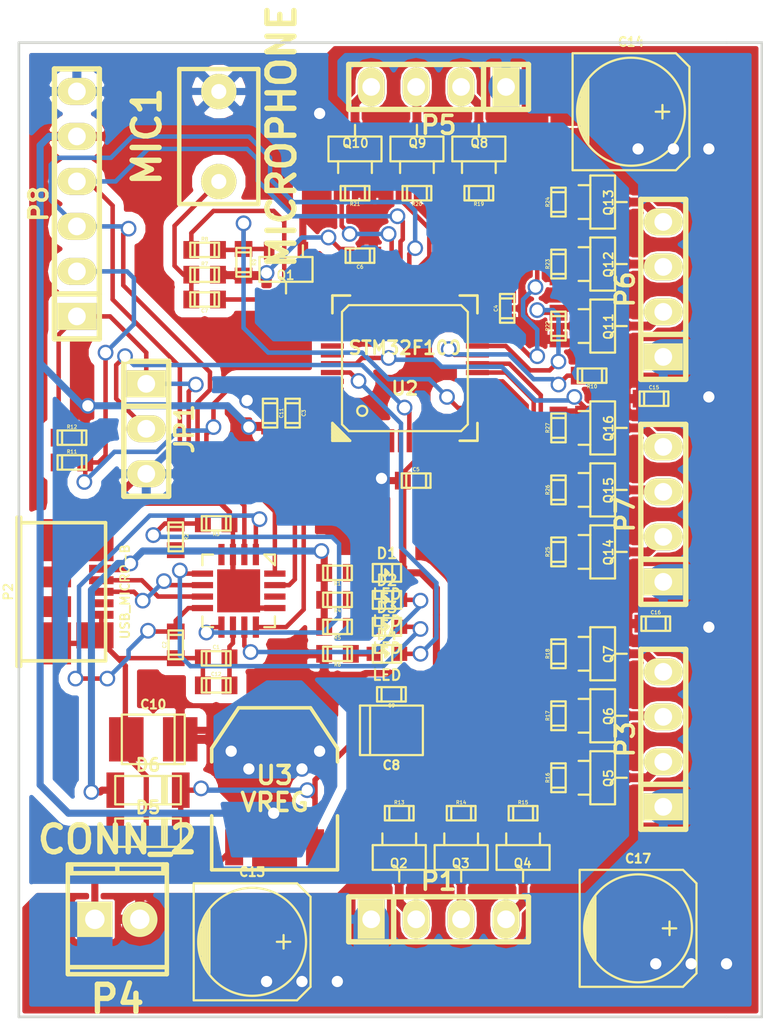
<source format=kicad_pcb>
(kicad_pcb (version 3) (host pcbnew "(2013-mar-13)-testing")
  (layers (15 F.Cu signal) (0 B.Cu signal) (18 B.Paste user) (19 F.Paste user) (20 B.SilkS user) (21 F.SilkS user) (22 B.Mask user) (23 F.Mask user) (28 Edge.Cuts user))
  (net 0 "")
  (net 1 /3ch_fetdriver_1/D0)
  (net 2 /3ch_fetdriver_1/D1)
  (net 3 /3ch_fetdriver_1/D2)
  (net 4 /3ch_fetdriver_1/Q0)
  (net 5 /3ch_fetdriver_1/Q1)
  (net 6 /3ch_fetdriver_1/Q2)
  (net 7 /3ch_fetdriver_2/D0)
  (net 8 /3ch_fetdriver_2/D1)
  (net 9 /3ch_fetdriver_2/D2)
  (net 10 /3ch_fetdriver_2/Q0)
  (net 11 /3ch_fetdriver_2/Q1)
  (net 12 /3ch_fetdriver_2/Q2)
  (net 13 /3ch_fetdriver_3/D0)
  (net 14 /3ch_fetdriver_3/D1)
  (net 15 /3ch_fetdriver_3/D2)
  (net 16 /3ch_fetdriver_3/Q0)
  (net 17 /3ch_fetdriver_3/Q1)
  (net 18 /3ch_fetdriver_3/Q2)
  (net 19 /3ch_fetdriver_4/D0)
  (net 20 /3ch_fetdriver_4/D1)
  (net 21 /3ch_fetdriver_4/D2)
  (net 22 /3ch_fetdriver_4/Q0)
  (net 23 /3ch_fetdriver_4/Q1)
  (net 24 /3ch_fetdriver_4/Q2)
  (net 25 /3ch_fetdriver_5/D0)
  (net 26 /3ch_fetdriver_5/D1)
  (net 27 /3ch_fetdriver_5/D2)
  (net 28 /3ch_fetdriver_5/Q0)
  (net 29 /3ch_fetdriver_5/Q1)
  (net 30 /3ch_fetdriver_5/Q2)
  (net 31 /BOOT)
  (net 32 /BOOT1)
  (net 33 /DEBUG_LED)
  (net 34 /MIC)
  (net 35 /NRST)
  (net 36 /RX)
  (net 37 /RX_LED)
  (net 38 /TX)
  (net 39 /TX_LED)
  (net 40 /USBD+)
  (net 41 /USBD-)
  (net 42 /VCC_3V3)
  (net 43 /V_EXT)
  (net 44 /V_USB)
  (net 45 GND)
  (net 46 N-0000027)
  (net 47 N-0000042)
  (net 48 N-0000048)
  (net 49 N-0000049)
  (net 50 N-0000051)
  (net 51 N-0000053)
  (net 52 N-0000054)
  (net 53 N-0000055)
  (net 54 N-0000071)
  (net 55 N-0000072)
  (net 56 N-0000073)
  (module SOT223 (layer F.Cu) (at 76.454 103.124)
    (fp_text reference U3 (at 0 -0.762) (layer F.SilkS) (effects (font (size 1.016 1.016) (thickness 0.2032))))
    (fp_text value VREG (at 0 0.762) (layer F.SilkS) (effects (font (size 1.016 1.016) (thickness 0.2032))))
    (pad 4 smd rect (at 0 -3.302) (size 3.6576 2.032) (layers F.Cu F.Paste F.Mask) (net 42 /VCC_3V3))
    (pad 2 smd rect (at 0 3.302) (size 1.016 2.032) (layers F.Cu F.Paste F.Mask) (net 42 /VCC_3V3))
    (pad 3 smd rect (at 2.286 3.302) (size 1.016 2.032) (layers F.Cu F.Paste F.Mask) (net 50 N-0000051))
    (pad 1 smd rect (at -2.286 3.302) (size 1.016 2.032) (layers F.Cu F.Paste F.Mask) (net 45 GND))
  )
  (module c_tant_B (layer F.Cu) (at 83.058 99.822 180)
    (fp_text reference C8 (at 0 -1.9685 180) (layer F.SilkS) (effects (font (size 0.50038 0.50038) (thickness 0.11938))))
    (fp_text value CP hide)
    (pad 1 smd rect (at 1.524 0 180) (size 1.95072 2.49936) (layers F.Cu F.Paste F.Mask) (net 50 N-0000051))
    (pad 2 smd rect (at -1.524 0 180) (size 1.95072 2.49936) (layers F.Cu F.Paste F.Mask) (net 45 GND))
  )
  (module c_tant_B (layer F.Cu) (at 69.596 100.33)
    (fp_text reference C10 (at 0 -1.9685) (layer F.SilkS) (effects (font (size 0.50038 0.50038) (thickness 0.11938))))
    (fp_text value CP hide)
    (pad 1 smd rect (at 1.524 0) (size 1.95072 2.49936) (layers F.Cu F.Paste F.Mask) (net 42 /VCC_3V3))
    (pad 2 smd rect (at -1.524 0) (size 1.95072 2.49936) (layers F.Cu F.Paste F.Mask) (net 45 GND))
  )
  (module c_0603 (layer F.Cu) (at 72.5 75.5 180)
    (fp_text reference C7 (at 0 -0.635 180) (layer F.SilkS) (effects (font (size 0.20066 0.20066) (thickness 0.04064))))
    (fp_text value C hide)
    (pad 1 smd rect (at 0.75184 0 180) (size 0.89916 1.00076) (layers F.Cu F.Paste F.Mask) (net 52 N-0000054))
    (pad 2 smd rect (at -0.75184 0 180) (size 0.89916 1.00076) (layers F.Cu F.Paste F.Mask) (net 51 N-0000053))
  )
  (module c_0603 (layer F.Cu) (at 70.866 94.996 90)
    (fp_text reference C2 (at 0 -0.635 90) (layer F.SilkS) (effects (font (size 0.20066 0.20066) (thickness 0.04064))))
    (fp_text value C hide)
    (pad 1 smd rect (at 0.75184 0 90) (size 0.89916 1.00076) (layers F.Cu F.Paste F.Mask) (net 46 N-0000027))
    (pad 2 smd rect (at -0.75184 0 90) (size 0.89916 1.00076) (layers F.Cu F.Paste F.Mask) (net 45 GND))
  )
  (module c_0603 (layer F.Cu) (at 81.28 73.025 180)
    (fp_text reference C6 (at 0 -0.635 180) (layer F.SilkS) (effects (font (size 0.20066 0.20066) (thickness 0.04064))))
    (fp_text value C hide)
    (pad 1 smd rect (at 0.75184 0 180) (size 0.89916 1.00076) (layers F.Cu F.Paste F.Mask) (net 42 /VCC_3V3))
    (pad 2 smd rect (at -0.75184 0 180) (size 0.89916 1.00076) (layers F.Cu F.Paste F.Mask) (net 45 GND))
  )
  (module c_0603 (layer F.Cu) (at 84.455 85.725)
    (fp_text reference C5 (at 0 -0.635) (layer F.SilkS) (effects (font (size 0.20066 0.20066) (thickness 0.04064))))
    (fp_text value C hide)
    (pad 1 smd rect (at 0.75184 0) (size 0.89916 1.00076) (layers F.Cu F.Paste F.Mask) (net 42 /VCC_3V3))
    (pad 2 smd rect (at -0.75184 0) (size 0.89916 1.00076) (layers F.Cu F.Paste F.Mask) (net 45 GND))
  )
  (module c_0603 (layer F.Cu) (at 89.6 76 90)
    (fp_text reference C4 (at 0 -0.635 90) (layer F.SilkS) (effects (font (size 0.20066 0.20066) (thickness 0.04064))))
    (fp_text value C hide)
    (pad 1 smd rect (at 0.75184 0 90) (size 0.89916 1.00076) (layers F.Cu F.Paste F.Mask) (net 42 /VCC_3V3))
    (pad 2 smd rect (at -0.75184 0 90) (size 0.89916 1.00076) (layers F.Cu F.Paste F.Mask) (net 45 GND))
  )
  (module c_0603 (layer F.Cu) (at 77.47 81.915 270)
    (fp_text reference C3 (at 0 -0.635 270) (layer F.SilkS) (effects (font (size 0.20066 0.20066) (thickness 0.04064))))
    (fp_text value C hide)
    (pad 1 smd rect (at 0.75184 0 270) (size 0.89916 1.00076) (layers F.Cu F.Paste F.Mask) (net 42 /VCC_3V3))
    (pad 2 smd rect (at -0.75184 0 270) (size 0.89916 1.00076) (layers F.Cu F.Paste F.Mask) (net 45 GND))
  )
  (module c_0603 (layer F.Cu) (at 83.058 97.79 180)
    (fp_text reference C9 (at 0 -0.635 180) (layer F.SilkS) (effects (font (size 0.20066 0.20066) (thickness 0.04064))))
    (fp_text value C hide)
    (pad 1 smd rect (at 0.75184 0 180) (size 0.89916 1.00076) (layers F.Cu F.Paste F.Mask) (net 50 N-0000051))
    (pad 2 smd rect (at -0.75184 0 180) (size 0.89916 1.00076) (layers F.Cu F.Paste F.Mask) (net 45 GND))
  )
  (module c_0603 (layer F.Cu) (at 73.152 95.758)
    (fp_text reference C1 (at 0 -0.635) (layer F.SilkS) (effects (font (size 0.20066 0.20066) (thickness 0.04064))))
    (fp_text value C hide)
    (pad 1 smd rect (at 0.75184 0) (size 0.89916 1.00076) (layers F.Cu F.Paste F.Mask) (net 49 N-0000049))
    (pad 2 smd rect (at -0.75184 0) (size 0.89916 1.00076) (layers F.Cu F.Paste F.Mask) (net 45 GND))
  )
  (module sot23 (layer F.Cu) (at 95 77 270)
    (fp_text reference Q11 (at 0.0254 -0.3302 270) (layer F.SilkS) (effects (font (size 0.50038 0.50038) (thickness 0.09906))))
    (fp_text value MOS_N_GDS hide)
    (pad 1 smd rect (at -0.9525 1.05664 270) (size 0.59944 1.00076) (layers F.Cu F.Paste F.Mask) (net 19 /3ch_fetdriver_4/D0))
    (pad 2 smd rect (at 0 -1.05664 270) (size 0.59944 1.00076) (layers F.Cu F.Paste F.Mask) (net 22 /3ch_fetdriver_4/Q0))
    (pad 3 smd rect (at 0.9525 1.05664 270) (size 0.59944 1.00076) (layers F.Cu F.Paste F.Mask) (net 45 GND))
  )
  (module sot23 (layer F.Cu) (at 90.5 107 180)
    (fp_text reference Q4 (at 0.0254 -0.3302 180) (layer F.SilkS) (effects (font (size 0.50038 0.50038) (thickness 0.09906))))
    (fp_text value MOS_N_GDS hide)
    (pad 1 smd rect (at -0.9525 1.05664 180) (size 0.59944 1.00076) (layers F.Cu F.Paste F.Mask) (net 3 /3ch_fetdriver_1/D2))
    (pad 2 smd rect (at 0 -1.05664 180) (size 0.59944 1.00076) (layers F.Cu F.Paste F.Mask) (net 6 /3ch_fetdriver_1/Q2))
    (pad 3 smd rect (at 0.9525 1.05664 180) (size 0.59944 1.00076) (layers F.Cu F.Paste F.Mask) (net 45 GND))
  )
  (module sot23 (layer F.Cu) (at 95 102.5 270)
    (fp_text reference Q5 (at 0.0254 -0.3302 270) (layer F.SilkS) (effects (font (size 0.50038 0.50038) (thickness 0.09906))))
    (fp_text value MOS_N_GDS hide)
    (pad 1 smd rect (at -0.9525 1.05664 270) (size 0.59944 1.00076) (layers F.Cu F.Paste F.Mask) (net 7 /3ch_fetdriver_2/D0))
    (pad 2 smd rect (at 0 -1.05664 270) (size 0.59944 1.00076) (layers F.Cu F.Paste F.Mask) (net 10 /3ch_fetdriver_2/Q0))
    (pad 3 smd rect (at 0.9525 1.05664 270) (size 0.59944 1.00076) (layers F.Cu F.Paste F.Mask) (net 45 GND))
  )
  (module sot23 (layer F.Cu) (at 95 99 270)
    (fp_text reference Q6 (at 0.0254 -0.3302 270) (layer F.SilkS) (effects (font (size 0.50038 0.50038) (thickness 0.09906))))
    (fp_text value MOS_N_GDS hide)
    (pad 1 smd rect (at -0.9525 1.05664 270) (size 0.59944 1.00076) (layers F.Cu F.Paste F.Mask) (net 8 /3ch_fetdriver_2/D1))
    (pad 2 smd rect (at 0 -1.05664 270) (size 0.59944 1.00076) (layers F.Cu F.Paste F.Mask) (net 11 /3ch_fetdriver_2/Q1))
    (pad 3 smd rect (at 0.9525 1.05664 270) (size 0.59944 1.00076) (layers F.Cu F.Paste F.Mask) (net 45 GND))
  )
  (module sot23 (layer F.Cu) (at 95 95.5 270)
    (fp_text reference Q7 (at 0.0254 -0.3302 270) (layer F.SilkS) (effects (font (size 0.50038 0.50038) (thickness 0.09906))))
    (fp_text value MOS_N_GDS hide)
    (pad 1 smd rect (at -0.9525 1.05664 270) (size 0.59944 1.00076) (layers F.Cu F.Paste F.Mask) (net 9 /3ch_fetdriver_2/D2))
    (pad 2 smd rect (at 0 -1.05664 270) (size 0.59944 1.00076) (layers F.Cu F.Paste F.Mask) (net 12 /3ch_fetdriver_2/Q2))
    (pad 3 smd rect (at 0.9525 1.05664 270) (size 0.59944 1.00076) (layers F.Cu F.Paste F.Mask) (net 45 GND))
  )
  (module sot23 (layer F.Cu) (at 87 107 180)
    (fp_text reference Q3 (at 0.0254 -0.3302 180) (layer F.SilkS) (effects (font (size 0.50038 0.50038) (thickness 0.09906))))
    (fp_text value MOS_N_GDS hide)
    (pad 1 smd rect (at -0.9525 1.05664 180) (size 0.59944 1.00076) (layers F.Cu F.Paste F.Mask) (net 2 /3ch_fetdriver_1/D1))
    (pad 2 smd rect (at 0 -1.05664 180) (size 0.59944 1.00076) (layers F.Cu F.Paste F.Mask) (net 5 /3ch_fetdriver_1/Q1))
    (pad 3 smd rect (at 0.9525 1.05664 180) (size 0.59944 1.00076) (layers F.Cu F.Paste F.Mask) (net 45 GND))
  )
  (module sot23 (layer F.Cu) (at 88 67)
    (fp_text reference Q8 (at 0.0254 -0.3302) (layer F.SilkS) (effects (font (size 0.50038 0.50038) (thickness 0.09906))))
    (fp_text value MOS_N_GDS hide)
    (pad 1 smd rect (at -0.9525 1.05664) (size 0.59944 1.00076) (layers F.Cu F.Paste F.Mask) (net 13 /3ch_fetdriver_3/D0))
    (pad 2 smd rect (at 0 -1.05664) (size 0.59944 1.00076) (layers F.Cu F.Paste F.Mask) (net 16 /3ch_fetdriver_3/Q0))
    (pad 3 smd rect (at 0.9525 1.05664) (size 0.59944 1.00076) (layers F.Cu F.Paste F.Mask) (net 45 GND))
  )
  (module sot23 (layer F.Cu) (at 84.5 67)
    (fp_text reference Q9 (at 0.0254 -0.3302) (layer F.SilkS) (effects (font (size 0.50038 0.50038) (thickness 0.09906))))
    (fp_text value MOS_N_GDS hide)
    (pad 1 smd rect (at -0.9525 1.05664) (size 0.59944 1.00076) (layers F.Cu F.Paste F.Mask) (net 14 /3ch_fetdriver_3/D1))
    (pad 2 smd rect (at 0 -1.05664) (size 0.59944 1.00076) (layers F.Cu F.Paste F.Mask) (net 17 /3ch_fetdriver_3/Q1))
    (pad 3 smd rect (at 0.9525 1.05664) (size 0.59944 1.00076) (layers F.Cu F.Paste F.Mask) (net 45 GND))
  )
  (module sot23 (layer F.Cu) (at 81 67)
    (fp_text reference Q10 (at 0.0254 -0.3302) (layer F.SilkS) (effects (font (size 0.50038 0.50038) (thickness 0.09906))))
    (fp_text value MOS_N_GDS hide)
    (pad 1 smd rect (at -0.9525 1.05664) (size 0.59944 1.00076) (layers F.Cu F.Paste F.Mask) (net 15 /3ch_fetdriver_3/D2))
    (pad 2 smd rect (at 0 -1.05664) (size 0.59944 1.00076) (layers F.Cu F.Paste F.Mask) (net 18 /3ch_fetdriver_3/Q2))
    (pad 3 smd rect (at 0.9525 1.05664) (size 0.59944 1.00076) (layers F.Cu F.Paste F.Mask) (net 45 GND))
  )
  (module sot23 (layer F.Cu) (at 95 73.5 270)
    (fp_text reference Q12 (at 0.0254 -0.3302 270) (layer F.SilkS) (effects (font (size 0.50038 0.50038) (thickness 0.09906))))
    (fp_text value MOS_N_GDS hide)
    (pad 1 smd rect (at -0.9525 1.05664 270) (size 0.59944 1.00076) (layers F.Cu F.Paste F.Mask) (net 20 /3ch_fetdriver_4/D1))
    (pad 2 smd rect (at 0 -1.05664 270) (size 0.59944 1.00076) (layers F.Cu F.Paste F.Mask) (net 23 /3ch_fetdriver_4/Q1))
    (pad 3 smd rect (at 0.9525 1.05664 270) (size 0.59944 1.00076) (layers F.Cu F.Paste F.Mask) (net 45 GND))
  )
  (module sot23 (layer F.Cu) (at 95 70 270)
    (fp_text reference Q13 (at 0.0254 -0.3302 270) (layer F.SilkS) (effects (font (size 0.50038 0.50038) (thickness 0.09906))))
    (fp_text value MOS_N_GDS hide)
    (pad 1 smd rect (at -0.9525 1.05664 270) (size 0.59944 1.00076) (layers F.Cu F.Paste F.Mask) (net 21 /3ch_fetdriver_4/D2))
    (pad 2 smd rect (at 0 -1.05664 270) (size 0.59944 1.00076) (layers F.Cu F.Paste F.Mask) (net 24 /3ch_fetdriver_4/Q2))
    (pad 3 smd rect (at 0.9525 1.05664 270) (size 0.59944 1.00076) (layers F.Cu F.Paste F.Mask) (net 45 GND))
  )
  (module sot23 (layer F.Cu) (at 95 89.75 270)
    (fp_text reference Q14 (at 0.0254 -0.3302 270) (layer F.SilkS) (effects (font (size 0.50038 0.50038) (thickness 0.09906))))
    (fp_text value MOS_N_GDS hide)
    (pad 1 smd rect (at -0.9525 1.05664 270) (size 0.59944 1.00076) (layers F.Cu F.Paste F.Mask) (net 25 /3ch_fetdriver_5/D0))
    (pad 2 smd rect (at 0 -1.05664 270) (size 0.59944 1.00076) (layers F.Cu F.Paste F.Mask) (net 28 /3ch_fetdriver_5/Q0))
    (pad 3 smd rect (at 0.9525 1.05664 270) (size 0.59944 1.00076) (layers F.Cu F.Paste F.Mask) (net 45 GND))
  )
  (module sot23 (layer F.Cu) (at 95 86.25 270)
    (fp_text reference Q15 (at 0.0254 -0.3302 270) (layer F.SilkS) (effects (font (size 0.50038 0.50038) (thickness 0.09906))))
    (fp_text value MOS_N_GDS hide)
    (pad 1 smd rect (at -0.9525 1.05664 270) (size 0.59944 1.00076) (layers F.Cu F.Paste F.Mask) (net 26 /3ch_fetdriver_5/D1))
    (pad 2 smd rect (at 0 -1.05664 270) (size 0.59944 1.00076) (layers F.Cu F.Paste F.Mask) (net 29 /3ch_fetdriver_5/Q1))
    (pad 3 smd rect (at 0.9525 1.05664 270) (size 0.59944 1.00076) (layers F.Cu F.Paste F.Mask) (net 45 GND))
  )
  (module sot23 (layer F.Cu) (at 95 82.75 270)
    (fp_text reference Q16 (at 0.0254 -0.3302 270) (layer F.SilkS) (effects (font (size 0.50038 0.50038) (thickness 0.09906))))
    (fp_text value MOS_N_GDS hide)
    (pad 1 smd rect (at -0.9525 1.05664 270) (size 0.59944 1.00076) (layers F.Cu F.Paste F.Mask) (net 27 /3ch_fetdriver_5/D2))
    (pad 2 smd rect (at 0 -1.05664 270) (size 0.59944 1.00076) (layers F.Cu F.Paste F.Mask) (net 30 /3ch_fetdriver_5/Q2))
    (pad 3 smd rect (at 0.9525 1.05664 270) (size 0.59944 1.00076) (layers F.Cu F.Paste F.Mask) (net 45 GND))
  )
  (module sot23 (layer F.Cu) (at 83.5 107 180)
    (fp_text reference Q2 (at 0.0254 -0.3302 180) (layer F.SilkS) (effects (font (size 0.50038 0.50038) (thickness 0.09906))))
    (fp_text value MOS_N_GDS hide)
    (pad 1 smd rect (at -0.9525 1.05664 180) (size 0.59944 1.00076) (layers F.Cu F.Paste F.Mask) (net 1 /3ch_fetdriver_1/D0))
    (pad 2 smd rect (at 0 -1.05664 180) (size 0.59944 1.00076) (layers F.Cu F.Paste F.Mask) (net 4 /3ch_fetdriver_1/Q0))
    (pad 3 smd rect (at 0.9525 1.05664 180) (size 0.59944 1.00076) (layers F.Cu F.Paste F.Mask) (net 45 GND))
  )
  (module sot23 (layer F.Cu) (at 77.1 73.8 180)
    (fp_text reference Q1 (at 0.0254 -0.3302 180) (layer F.SilkS) (effects (font (size 0.50038 0.50038) (thickness 0.09906))))
    (fp_text value NPN hide)
    (pad 1 smd rect (at -0.9525 1.05664 180) (size 0.59944 1.00076) (layers F.Cu F.Paste F.Mask) (net 45 GND))
    (pad 2 smd rect (at 0 -1.05664 180) (size 0.59944 1.00076) (layers F.Cu F.Paste F.Mask) (net 51 N-0000053))
    (pad 3 smd rect (at 0.9525 1.05664 180) (size 0.59944 1.00076) (layers F.Cu F.Paste F.Mask) (net 34 /MIC))
  )
  (module pin_strip_4 (layer F.Cu) (at 98.425 87.63 90)
    (fp_text reference P7 (at 0 -2.159 90) (layer F.SilkS) (effects (font (size 1.016 1.016) (thickness 0.2032))))
    (fp_text value CONN_4 hide)
    (pad 1 thru_hole rect (at -3.81 0 90) (size 1.524 2.19964) (drill 1.00076) (layers *.Cu *.Mask F.SilkS) (net 43 /V_EXT))
    (pad 2 thru_hole oval (at -1.27 0 90) (size 1.524 2.19964) (drill 1.00076) (layers *.Cu *.Mask F.SilkS) (net 28 /3ch_fetdriver_5/Q0))
    (pad 3 thru_hole oval (at 1.27 0 90) (size 1.524 2.19964) (drill 1.00076) (layers *.Cu *.Mask F.SilkS) (net 29 /3ch_fetdriver_5/Q1))
    (pad 4 thru_hole oval (at 3.81 0 90) (size 1.524 2.19964) (drill 1.00076) (layers *.Cu *.Mask F.SilkS) (net 30 /3ch_fetdriver_5/Q2))
  )
  (module pin_strip_4 (layer F.Cu) (at 98.425 74.93 90)
    (fp_text reference P6 (at 0 -2.159 90) (layer F.SilkS) (effects (font (size 1.016 1.016) (thickness 0.2032))))
    (fp_text value CONN_4 hide)
    (pad 1 thru_hole rect (at -3.81 0 90) (size 1.524 2.19964) (drill 1.00076) (layers *.Cu *.Mask F.SilkS) (net 43 /V_EXT))
    (pad 2 thru_hole oval (at -1.27 0 90) (size 1.524 2.19964) (drill 1.00076) (layers *.Cu *.Mask F.SilkS) (net 22 /3ch_fetdriver_4/Q0))
    (pad 3 thru_hole oval (at 1.27 0 90) (size 1.524 2.19964) (drill 1.00076) (layers *.Cu *.Mask F.SilkS) (net 23 /3ch_fetdriver_4/Q1))
    (pad 4 thru_hole oval (at 3.81 0 90) (size 1.524 2.19964) (drill 1.00076) (layers *.Cu *.Mask F.SilkS) (net 24 /3ch_fetdriver_4/Q2))
  )
  (module pin_strip_4 (layer F.Cu) (at 85.725 63.5 180)
    (fp_text reference P5 (at 0 -2.159 180) (layer F.SilkS) (effects (font (size 1.016 1.016) (thickness 0.2032))))
    (fp_text value CONN_4 hide)
    (pad 1 thru_hole rect (at -3.81 0 180) (size 1.524 2.19964) (drill 1.00076) (layers *.Cu *.Mask F.SilkS) (net 43 /V_EXT))
    (pad 2 thru_hole oval (at -1.27 0 180) (size 1.524 2.19964) (drill 1.00076) (layers *.Cu *.Mask F.SilkS) (net 16 /3ch_fetdriver_3/Q0))
    (pad 3 thru_hole oval (at 1.27 0 180) (size 1.524 2.19964) (drill 1.00076) (layers *.Cu *.Mask F.SilkS) (net 17 /3ch_fetdriver_3/Q1))
    (pad 4 thru_hole oval (at 3.81 0 180) (size 1.524 2.19964) (drill 1.00076) (layers *.Cu *.Mask F.SilkS) (net 18 /3ch_fetdriver_3/Q2))
  )
  (module pin_strip_4 (layer F.Cu) (at 98.425 100.33 90)
    (fp_text reference P3 (at 0 -2.159 90) (layer F.SilkS) (effects (font (size 1.016 1.016) (thickness 0.2032))))
    (fp_text value CONN_4 hide)
    (pad 1 thru_hole rect (at -3.81 0 90) (size 1.524 2.19964) (drill 1.00076) (layers *.Cu *.Mask F.SilkS) (net 43 /V_EXT))
    (pad 2 thru_hole oval (at -1.27 0 90) (size 1.524 2.19964) (drill 1.00076) (layers *.Cu *.Mask F.SilkS) (net 10 /3ch_fetdriver_2/Q0))
    (pad 3 thru_hole oval (at 1.27 0 90) (size 1.524 2.19964) (drill 1.00076) (layers *.Cu *.Mask F.SilkS) (net 11 /3ch_fetdriver_2/Q1))
    (pad 4 thru_hole oval (at 3.81 0 90) (size 1.524 2.19964) (drill 1.00076) (layers *.Cu *.Mask F.SilkS) (net 12 /3ch_fetdriver_2/Q2))
  )
  (module pin_strip_4 (layer F.Cu) (at 85.725 110.49)
    (fp_text reference P1 (at 0 -2.159) (layer F.SilkS) (effects (font (size 1.016 1.016) (thickness 0.2032))))
    (fp_text value CONN_4 hide)
    (pad 1 thru_hole rect (at -3.81 0) (size 1.524 2.19964) (drill 1.00076) (layers *.Cu *.Mask F.SilkS) (net 43 /V_EXT))
    (pad 2 thru_hole oval (at -1.27 0) (size 1.524 2.19964) (drill 1.00076) (layers *.Cu *.Mask F.SilkS) (net 4 /3ch_fetdriver_1/Q0))
    (pad 3 thru_hole oval (at 1.27 0) (size 1.524 2.19964) (drill 1.00076) (layers *.Cu *.Mask F.SilkS) (net 5 /3ch_fetdriver_1/Q1))
    (pad 4 thru_hole oval (at 3.81 0) (size 1.524 2.19964) (drill 1.00076) (layers *.Cu *.Mask F.SilkS) (net 6 /3ch_fetdriver_1/Q2))
  )
  (module pin_strip_3 (layer F.Cu) (at 69.2 82.8 270)
    (fp_text reference JP1 (at 0 -2.159 270) (layer F.SilkS) (effects (font (size 1.016 1.016) (thickness 0.2032))))
    (fp_text value JUMPER3 hide)
    (pad 1 thru_hole rect (at -2.54 0 270) (size 1.524 2.19964) (drill 1.00076) (layers *.Cu *.Mask F.SilkS) (net 35 /NRST))
    (pad 2 thru_hole oval (at 0 0 270) (size 1.524 2.19964) (drill 1.00076) (layers *.Cu *.Mask F.SilkS) (net 47 N-0000042))
    (pad 3 thru_hole oval (at 2.54 0 270) (size 1.524 2.19964) (drill 1.00076) (layers *.Cu *.Mask F.SilkS) (net 45 GND))
  )
  (module pin_strip_6 (layer F.Cu) (at 65.278 70.104 90)
    (fp_text reference P8 (at 0 -2.159 90) (layer F.SilkS) (effects (font (size 1.016 1.016) (thickness 0.2032))))
    (fp_text value CONN_6 hide)
    (pad 1 thru_hole rect (at -6.35 0 90) (size 1.524 2.19964) (drill 1.00076) (layers *.Cu *.Mask F.SilkS) (net 35 /NRST))
    (pad 2 thru_hole oval (at -3.81 0 90) (size 1.524 2.19964) (drill 1.00076) (layers *.Cu *.Mask F.SilkS) (net 31 /BOOT))
    (pad 3 thru_hole oval (at -1.27 0 90) (size 1.524 2.19964) (drill 1.00076) (layers *.Cu *.Mask F.SilkS) (net 36 /RX))
    (pad 4 thru_hole oval (at 1.27 0 90) (size 1.524 2.19964) (drill 1.00076) (layers *.Cu *.Mask F.SilkS) (net 38 /TX))
    (pad 5 thru_hole oval (at 3.81 0 90) (size 1.524 2.19964) (drill 1.00076) (layers *.Cu *.Mask F.SilkS) (net 42 /VCC_3V3))
    (pad 6 thru_hole oval (at 6.35 0 90) (size 1.524 2.19964) (drill 1.00076) (layers *.Cu *.Mask F.SilkS) (net 45 GND))
  )
  (module lqfp48 (layer F.Cu) (at 83.82 79.375)
    (fp_text reference U2 (at 0 1.143) (layer F.SilkS) (effects (font (size 0.7493 0.7493) (thickness 0.14986))))
    (fp_text value STM32F100 (at 0 -1.143) (layer F.SilkS) (effects (font (size 0.7493 0.7493) (thickness 0.14986))))
    (pad 4 smd rect (at -1.24968 4.09956) (size 0.29972 1.30048) (layers F.Cu F.Paste F.Mask))
    (pad 5 smd rect (at -0.7493 4.09956) (size 0.29972 1.30048) (layers F.Cu F.Paste F.Mask))
    (pad 6 smd rect (at -0.24892 4.09956) (size 0.29972 1.30048) (layers F.Cu F.Paste F.Mask))
    (pad 7 smd rect (at 0.24892 4.09956) (size 0.29972 1.30048) (layers F.Cu F.Paste F.Mask) (net 47 N-0000042))
    (pad 8 smd rect (at 0.7493 4.09956) (size 0.29972 1.30048) (layers F.Cu F.Paste F.Mask) (net 45 GND))
    (pad 1 smd rect (at -2.75082 4.09956) (size 0.29972 1.30048) (layers F.Cu F.Paste F.Mask) (net 42 /VCC_3V3))
    (pad 2 smd rect (at -2.25044 4.09956) (size 0.29972 1.30048) (layers F.Cu F.Paste F.Mask))
    (pad 3 smd rect (at -1.75006 4.09956) (size 0.29972 1.30048) (layers F.Cu F.Paste F.Mask))
    (pad 13 smd rect (at 4.09956 2.75082) (size 1.30048 0.29972) (layers F.Cu F.Paste F.Mask) (net 7 /3ch_fetdriver_2/D0))
    (pad 14 smd rect (at 4.09956 2.25044) (size 1.30048 0.29972) (layers F.Cu F.Paste F.Mask) (net 34 /MIC))
    (pad 15 smd rect (at 4.09956 1.75006) (size 1.30048 0.29972) (layers F.Cu F.Paste F.Mask))
    (pad 16 smd rect (at 4.09956 1.24968) (size 1.30048 0.29972) (layers F.Cu F.Paste F.Mask) (net 8 /3ch_fetdriver_2/D1))
    (pad 17 smd rect (at 4.09956 0.7493) (size 1.30048 0.29972) (layers F.Cu F.Paste F.Mask) (net 9 /3ch_fetdriver_2/D2))
    (pad 18 smd rect (at 4.09956 0.24892) (size 1.30048 0.29972) (layers F.Cu F.Paste F.Mask) (net 25 /3ch_fetdriver_5/D0))
    (pad 19 smd rect (at 4.09956 -0.24892) (size 1.30048 0.29972) (layers F.Cu F.Paste F.Mask) (net 26 /3ch_fetdriver_5/D1))
    (pad 20 smd rect (at 4.09956 -0.7493) (size 1.30048 0.29972) (layers F.Cu F.Paste F.Mask) (net 32 /BOOT1))
    (pad 25 smd rect (at 2.75082 -4.09956) (size 0.29972 1.30048) (layers F.Cu F.Paste F.Mask))
    (pad 26 smd rect (at 2.25044 -4.09956) (size 0.29972 1.30048) (layers F.Cu F.Paste F.Mask))
    (pad 27 smd rect (at 1.75006 -4.09956) (size 0.29972 1.30048) (layers F.Cu F.Paste F.Mask) (net 21 /3ch_fetdriver_4/D2))
    (pad 28 smd rect (at 1.24968 -4.09956) (size 0.29972 1.30048) (layers F.Cu F.Paste F.Mask) (net 13 /3ch_fetdriver_3/D0))
    (pad 29 smd rect (at 0.7493 -4.09956) (size 0.29972 1.30048) (layers F.Cu F.Paste F.Mask) (net 14 /3ch_fetdriver_3/D1))
    (pad 30 smd rect (at 0.24892 -4.09956) (size 0.29972 1.30048) (layers F.Cu F.Paste F.Mask) (net 36 /RX))
    (pad 31 smd rect (at -0.24892 -4.09956) (size 0.29972 1.30048) (layers F.Cu F.Paste F.Mask) (net 38 /TX))
    (pad 32 smd rect (at -0.7493 -4.09956) (size 0.29972 1.30048) (layers F.Cu F.Paste F.Mask) (net 15 /3ch_fetdriver_3/D2))
    (pad 37 smd rect (at -4.09956 -2.75082) (size 1.30048 0.29972) (layers F.Cu F.Paste F.Mask))
    (pad 38 smd rect (at -4.09956 -2.25044) (size 1.30048 0.29972) (layers F.Cu F.Paste F.Mask))
    (pad 39 smd rect (at -4.09956 -1.75006) (size 1.30048 0.29972) (layers F.Cu F.Paste F.Mask))
    (pad 40 smd rect (at -4.09956 -1.24968) (size 1.30048 0.29972) (layers F.Cu F.Paste F.Mask))
    (pad 41 smd rect (at -4.09956 -0.7493) (size 1.30048 0.29972) (layers F.Cu F.Paste F.Mask))
    (pad 42 smd rect (at -4.09956 -0.24892) (size 1.30048 0.29972) (layers F.Cu F.Paste F.Mask) (net 27 /3ch_fetdriver_5/D2))
    (pad 43 smd rect (at -4.09956 0.24892) (size 1.30048 0.29972) (layers F.Cu F.Paste F.Mask) (net 33 /DEBUG_LED))
    (pad 44 smd rect (at -4.09956 0.7493) (size 1.30048 0.29972) (layers F.Cu F.Paste F.Mask) (net 31 /BOOT))
    (pad 9 smd rect (at 1.24968 4.09956) (size 0.29972 1.30048) (layers F.Cu F.Paste F.Mask) (net 42 /VCC_3V3))
    (pad 10 smd rect (at 1.75006 4.09956) (size 0.29972 1.30048) (layers F.Cu F.Paste F.Mask) (net 1 /3ch_fetdriver_1/D0))
    (pad 11 smd rect (at 2.25044 4.09956) (size 0.29972 1.30048) (layers F.Cu F.Paste F.Mask) (net 2 /3ch_fetdriver_1/D1))
    (pad 12 smd rect (at 2.75082 4.09956) (size 0.29972 1.30048) (layers F.Cu F.Paste F.Mask) (net 3 /3ch_fetdriver_1/D2))
    (pad 21 smd rect (at 4.09956 -1.24968) (size 1.30048 0.29972) (layers F.Cu F.Paste F.Mask) (net 19 /3ch_fetdriver_4/D0))
    (pad 22 smd rect (at 4.09956 -1.75006) (size 1.30048 0.29972) (layers F.Cu F.Paste F.Mask) (net 20 /3ch_fetdriver_4/D1))
    (pad 23 smd rect (at 4.09956 -2.25044) (size 1.30048 0.29972) (layers F.Cu F.Paste F.Mask) (net 45 GND))
    (pad 24 smd rect (at 4.09956 -2.75082) (size 1.30048 0.29972) (layers F.Cu F.Paste F.Mask) (net 42 /VCC_3V3))
    (pad 33 smd rect (at -1.24968 -4.09956) (size 0.29972 1.30048) (layers F.Cu F.Paste F.Mask))
    (pad 34 smd rect (at -1.75006 -4.09956) (size 0.29972 1.30048) (layers F.Cu F.Paste F.Mask))
    (pad 35 smd rect (at -2.25044 -4.09956) (size 0.29972 1.30048) (layers F.Cu F.Paste F.Mask) (net 45 GND))
    (pad 36 smd rect (at -2.75082 -4.09956) (size 0.29972 1.30048) (layers F.Cu F.Paste F.Mask) (net 42 /VCC_3V3))
    (pad 45 smd rect (at -4.09956 1.24968) (size 1.30048 0.29972) (layers F.Cu F.Paste F.Mask))
    (pad 46 smd rect (at -4.09956 1.75006) (size 1.30048 0.29972) (layers F.Cu F.Paste F.Mask))
    (pad 47 smd rect (at -4.09956 2.25044) (size 1.30048 0.29972) (layers F.Cu F.Paste F.Mask) (net 45 GND))
    (pad 48 smd rect (at -4.09956 2.75082) (size 1.30048 0.29972) (layers F.Cu F.Paste F.Mask) (net 42 /VCC_3V3))
  )
  (module cnp_7x4.5mm (layer F.Cu) (at 73.3 66.3 90)
    (fp_text reference MIC1 (at 0 -4.064 90) (layer F.SilkS) (effects (font (size 1.524 1.524) (thickness 0.3048))))
    (fp_text value MICROPHONE (at 0 3.556 90) (layer F.SilkS) (effects (font (size 1.524 1.524) (thickness 0.3048))))
    (pad 1 thru_hole circle (at -2.54 0 90) (size 1.99898 1.99898) (drill 0.84836) (layers *.Cu *.Mask F.SilkS) (net 52 N-0000054))
    (pad 2 thru_hole circle (at 2.54 0 90) (size 1.99898 1.99898) (drill 0.84836) (layers *.Cu *.Mask F.SilkS) (net 45 GND))
  )
  (module Led_0603 (layer F.Cu) (at 82.804 90.932)
    (fp_text reference D1 (at 0 -1.09982) (layer F.SilkS) (effects (font (size 0.59944 0.59944) (thickness 0.11938))))
    (fp_text value LED (at 0 1.19888) (layer F.SilkS) (effects (font (size 0.59944 0.59944) (thickness 0.11938))))
    (pad 1 smd rect (at -0.7493 0) (size 0.79756 0.79756) (layers F.Cu F.Paste F.Mask) (net 55 N-0000072))
    (pad 2 smd rect (at 0.7493 0) (size 0.79756 0.79756) (layers F.Cu F.Paste F.Mask) (net 45 GND))
  )
  (module Led_0603 (layer F.Cu) (at 82.804 92.456)
    (fp_text reference D2 (at 0 -1.09982) (layer F.SilkS) (effects (font (size 0.59944 0.59944) (thickness 0.11938))))
    (fp_text value LED (at 0 1.19888) (layer F.SilkS) (effects (font (size 0.59944 0.59944) (thickness 0.11938))))
    (pad 1 smd rect (at -0.7493 0) (size 0.79756 0.79756) (layers F.Cu F.Paste F.Mask) (net 54 N-0000071))
    (pad 2 smd rect (at 0.7493 0) (size 0.79756 0.79756) (layers F.Cu F.Paste F.Mask) (net 37 /RX_LED))
  )
  (module Led_0603 (layer F.Cu) (at 82.804 93.98)
    (fp_text reference D3 (at 0 -1.09982) (layer F.SilkS) (effects (font (size 0.59944 0.59944) (thickness 0.11938))))
    (fp_text value LED (at 0 1.19888) (layer F.SilkS) (effects (font (size 0.59944 0.59944) (thickness 0.11938))))
    (pad 1 smd rect (at -0.7493 0) (size 0.79756 0.79756) (layers F.Cu F.Paste F.Mask) (net 56 N-0000073))
    (pad 2 smd rect (at 0.7493 0) (size 0.79756 0.79756) (layers F.Cu F.Paste F.Mask) (net 39 /TX_LED))
  )
  (module Led_0603 (layer F.Cu) (at 82.804 95.504)
    (fp_text reference D4 (at 0 -1.09982) (layer F.SilkS) (effects (font (size 0.59944 0.59944) (thickness 0.11938))))
    (fp_text value LED (at 0 1.19888) (layer F.SilkS) (effects (font (size 0.59944 0.59944) (thickness 0.11938))))
    (pad 1 smd rect (at -0.7493 0) (size 0.79756 0.79756) (layers F.Cu F.Paste F.Mask) (net 53 N-0000055))
    (pad 2 smd rect (at 0.7493 0) (size 0.79756 0.79756) (layers F.Cu F.Paste F.Mask) (net 33 /DEBUG_LED))
  )
  (module sod80c (layer F.Cu) (at 69.3 103.2)
    (fp_text reference D6 (at 0 -1.4224) (layer F.SilkS) (effects (font (size 0.70104 0.70104) (thickness 0.14986))))
    (fp_text value DIODESCH hide)
    (pad 1 smd rect (at -1.84912 0) (size 1.00076 1.99898) (layers F.Cu F.Paste F.Mask) (net 44 /V_USB))
    (pad 2 smd rect (at 1.84912 0) (size 1.00076 1.99898) (layers F.Cu F.Paste F.Mask) (net 50 N-0000051))
  )
  (module sod80c (layer F.Cu) (at 69.3 105.6)
    (fp_text reference D5 (at 0 -1.4224) (layer F.SilkS) (effects (font (size 0.70104 0.70104) (thickness 0.14986))))
    (fp_text value DIODESCH hide)
    (pad 1 smd rect (at -1.84912 0) (size 1.00076 1.99898) (layers F.Cu F.Paste F.Mask) (net 43 /V_EXT))
    (pad 2 smd rect (at 1.84912 0) (size 1.00076 1.99898) (layers F.Cu F.Paste F.Mask) (net 50 N-0000051))
  )
  (module r_0603 (layer F.Cu) (at 92.5 73.5 90)
    (fp_text reference R23 (at 0 -0.6096 90) (layer F.SilkS) (effects (font (size 0.20066 0.20066) (thickness 0.04064))))
    (fp_text value R hide)
    (pad 1 smd rect (at 0.75184 0 90) (size 0.89916 1.00076) (layers F.Cu F.Paste F.Mask) (net 20 /3ch_fetdriver_4/D1))
    (pad 2 smd rect (at -0.75184 0 90) (size 0.89916 1.00076) (layers F.Cu F.Paste F.Mask) (net 45 GND))
  )
  (module r_0603 (layer F.Cu) (at 88 69.5 180)
    (fp_text reference R19 (at 0 -0.6096 180) (layer F.SilkS) (effects (font (size 0.20066 0.20066) (thickness 0.04064))))
    (fp_text value R hide)
    (pad 1 smd rect (at 0.75184 0 180) (size 0.89916 1.00076) (layers F.Cu F.Paste F.Mask) (net 13 /3ch_fetdriver_3/D0))
    (pad 2 smd rect (at -0.75184 0 180) (size 0.89916 1.00076) (layers F.Cu F.Paste F.Mask) (net 45 GND))
  )
  (module r_0603 (layer F.Cu) (at 80.01 93.98 180)
    (fp_text reference R5 (at 0 -0.6096 180) (layer F.SilkS) (effects (font (size 0.20066 0.20066) (thickness 0.04064))))
    (fp_text value R hide)
    (pad 1 smd rect (at 0.75184 0 180) (size 0.89916 1.00076) (layers F.Cu F.Paste F.Mask) (net 44 /V_USB))
    (pad 2 smd rect (at -0.75184 0 180) (size 0.89916 1.00076) (layers F.Cu F.Paste F.Mask) (net 56 N-0000073))
  )
  (module r_0603 (layer F.Cu) (at 84.5 69.5 180)
    (fp_text reference R20 (at 0 -0.6096 180) (layer F.SilkS) (effects (font (size 0.20066 0.20066) (thickness 0.04064))))
    (fp_text value R hide)
    (pad 1 smd rect (at 0.75184 0 180) (size 0.89916 1.00076) (layers F.Cu F.Paste F.Mask) (net 14 /3ch_fetdriver_3/D1))
    (pad 2 smd rect (at -0.75184 0 180) (size 0.89916 1.00076) (layers F.Cu F.Paste F.Mask) (net 45 GND))
  )
  (module r_0603 (layer F.Cu) (at 80.01 92.456 180)
    (fp_text reference R4 (at 0 -0.6096 180) (layer F.SilkS) (effects (font (size 0.20066 0.20066) (thickness 0.04064))))
    (fp_text value R hide)
    (pad 1 smd rect (at 0.75184 0 180) (size 0.89916 1.00076) (layers F.Cu F.Paste F.Mask) (net 44 /V_USB))
    (pad 2 smd rect (at -0.75184 0 180) (size 0.89916 1.00076) (layers F.Cu F.Paste F.Mask) (net 54 N-0000071))
  )
  (module r_0603 (layer F.Cu) (at 81 69.5 180)
    (fp_text reference R21 (at 0 -0.6096 180) (layer F.SilkS) (effects (font (size 0.20066 0.20066) (thickness 0.04064))))
    (fp_text value R hide)
    (pad 1 smd rect (at 0.75184 0 180) (size 0.89916 1.00076) (layers F.Cu F.Paste F.Mask) (net 15 /3ch_fetdriver_3/D2))
    (pad 2 smd rect (at -0.75184 0 180) (size 0.89916 1.00076) (layers F.Cu F.Paste F.Mask) (net 45 GND))
  )
  (module r_0603 (layer F.Cu) (at 92.5 77 90)
    (fp_text reference R22 (at 0 -0.6096 90) (layer F.SilkS) (effects (font (size 0.20066 0.20066) (thickness 0.04064))))
    (fp_text value R hide)
    (pad 1 smd rect (at 0.75184 0 90) (size 0.89916 1.00076) (layers F.Cu F.Paste F.Mask) (net 19 /3ch_fetdriver_4/D0))
    (pad 2 smd rect (at -0.75184 0 90) (size 0.89916 1.00076) (layers F.Cu F.Paste F.Mask) (net 45 GND))
  )
  (module r_0603 (layer F.Cu) (at 72.5 72.7)
    (fp_text reference R8 (at 0 -0.6096) (layer F.SilkS) (effects (font (size 0.20066 0.20066) (thickness 0.04064))))
    (fp_text value R hide)
    (pad 1 smd rect (at 0.75184 0) (size 0.89916 1.00076) (layers F.Cu F.Paste F.Mask) (net 34 /MIC))
    (pad 2 smd rect (at -0.75184 0) (size 0.89916 1.00076) (layers F.Cu F.Paste F.Mask) (net 51 N-0000053))
  )
  (module r_0603 (layer F.Cu) (at 80.01 90.932 180)
    (fp_text reference R1 (at 0 -0.6096 180) (layer F.SilkS) (effects (font (size 0.20066 0.20066) (thickness 0.04064))))
    (fp_text value R hide)
    (pad 1 smd rect (at 0.75184 0 180) (size 0.89916 1.00076) (layers F.Cu F.Paste F.Mask) (net 44 /V_USB))
    (pad 2 smd rect (at -0.75184 0 180) (size 0.89916 1.00076) (layers F.Cu F.Paste F.Mask) (net 55 N-0000072))
  )
  (module r_0603 (layer F.Cu) (at 94.4 79.8 180)
    (fp_text reference R10 (at 0 -0.6096 180) (layer F.SilkS) (effects (font (size 0.20066 0.20066) (thickness 0.04064))))
    (fp_text value R hide)
    (pad 1 smd rect (at 0.75184 0 180) (size 0.89916 1.00076) (layers F.Cu F.Paste F.Mask) (net 32 /BOOT1))
    (pad 2 smd rect (at -0.75184 0 180) (size 0.89916 1.00076) (layers F.Cu F.Paste F.Mask) (net 45 GND))
  )
  (module r_0603 (layer F.Cu) (at 92.5 70 90)
    (fp_text reference R24 (at 0 -0.6096 90) (layer F.SilkS) (effects (font (size 0.20066 0.20066) (thickness 0.04064))))
    (fp_text value R hide)
    (pad 1 smd rect (at 0.75184 0 90) (size 0.89916 1.00076) (layers F.Cu F.Paste F.Mask) (net 21 /3ch_fetdriver_4/D2))
    (pad 2 smd rect (at -0.75184 0 90) (size 0.89916 1.00076) (layers F.Cu F.Paste F.Mask) (net 45 GND))
  )
  (module r_0603 (layer F.Cu) (at 73.152 88.138 180)
    (fp_text reference R3 (at 0 -0.6096 180) (layer F.SilkS) (effects (font (size 0.20066 0.20066) (thickness 0.04064))))
    (fp_text value R hide)
    (pad 1 smd rect (at 0.75184 0 180) (size 0.89916 1.00076) (layers F.Cu F.Paste F.Mask) (net 48 N-0000048))
    (pad 2 smd rect (at -0.75184 0 180) (size 0.89916 1.00076) (layers F.Cu F.Paste F.Mask) (net 45 GND))
  )
  (module r_0603 (layer F.Cu) (at 92.5 89.75 90)
    (fp_text reference R25 (at 0 -0.6096 90) (layer F.SilkS) (effects (font (size 0.20066 0.20066) (thickness 0.04064))))
    (fp_text value R hide)
    (pad 1 smd rect (at 0.75184 0 90) (size 0.89916 1.00076) (layers F.Cu F.Paste F.Mask) (net 25 /3ch_fetdriver_5/D0))
    (pad 2 smd rect (at -0.75184 0 90) (size 0.89916 1.00076) (layers F.Cu F.Paste F.Mask) (net 45 GND))
  )
  (module r_0603 (layer F.Cu) (at 70.866 88.9 270)
    (fp_text reference R2 (at 0 -0.6096 270) (layer F.SilkS) (effects (font (size 0.20066 0.20066) (thickness 0.04064))))
    (fp_text value R hide)
    (pad 1 smd rect (at 0.75184 0 270) (size 0.89916 1.00076) (layers F.Cu F.Paste F.Mask) (net 44 /V_USB))
    (pad 2 smd rect (at -0.75184 0 270) (size 0.89916 1.00076) (layers F.Cu F.Paste F.Mask) (net 48 N-0000048))
  )
  (module r_0603 (layer F.Cu) (at 92.5 86.25 90)
    (fp_text reference R26 (at 0 -0.6096 90) (layer F.SilkS) (effects (font (size 0.20066 0.20066) (thickness 0.04064))))
    (fp_text value R hide)
    (pad 1 smd rect (at 0.75184 0 90) (size 0.89916 1.00076) (layers F.Cu F.Paste F.Mask) (net 26 /3ch_fetdriver_5/D1))
    (pad 2 smd rect (at -0.75184 0 90) (size 0.89916 1.00076) (layers F.Cu F.Paste F.Mask) (net 45 GND))
  )
  (module r_0603 (layer F.Cu) (at 92.5 82.75 90)
    (fp_text reference R27 (at 0 -0.6096 90) (layer F.SilkS) (effects (font (size 0.20066 0.20066) (thickness 0.04064))))
    (fp_text value R hide)
    (pad 1 smd rect (at 0.75184 0 90) (size 0.89916 1.00076) (layers F.Cu F.Paste F.Mask) (net 27 /3ch_fetdriver_5/D2))
    (pad 2 smd rect (at -0.75184 0 90) (size 0.89916 1.00076) (layers F.Cu F.Paste F.Mask) (net 45 GND))
  )
  (module r_0603 (layer F.Cu) (at 65 83.3)
    (fp_text reference R12 (at 0 -0.6096) (layer F.SilkS) (effects (font (size 0.20066 0.20066) (thickness 0.04064))))
    (fp_text value R hide)
    (pad 1 smd rect (at 0.75184 0) (size 0.89916 1.00076) (layers F.Cu F.Paste F.Mask) (net 42 /VCC_3V3))
    (pad 2 smd rect (at -0.75184 0) (size 0.89916 1.00076) (layers F.Cu F.Paste F.Mask) (net 35 /NRST))
  )
  (module r_0603 (layer F.Cu) (at 83.5 104.5)
    (fp_text reference R13 (at 0 -0.6096) (layer F.SilkS) (effects (font (size 0.20066 0.20066) (thickness 0.04064))))
    (fp_text value R hide)
    (pad 1 smd rect (at 0.75184 0) (size 0.89916 1.00076) (layers F.Cu F.Paste F.Mask) (net 1 /3ch_fetdriver_1/D0))
    (pad 2 smd rect (at -0.75184 0) (size 0.89916 1.00076) (layers F.Cu F.Paste F.Mask) (net 45 GND))
  )
  (module r_0603 (layer F.Cu) (at 87 104.5)
    (fp_text reference R14 (at 0 -0.6096) (layer F.SilkS) (effects (font (size 0.20066 0.20066) (thickness 0.04064))))
    (fp_text value R hide)
    (pad 1 smd rect (at 0.75184 0) (size 0.89916 1.00076) (layers F.Cu F.Paste F.Mask) (net 2 /3ch_fetdriver_1/D1))
    (pad 2 smd rect (at -0.75184 0) (size 0.89916 1.00076) (layers F.Cu F.Paste F.Mask) (net 45 GND))
  )
  (module r_0603 (layer F.Cu) (at 65 84.7)
    (fp_text reference R11 (at 0 -0.6096) (layer F.SilkS) (effects (font (size 0.20066 0.20066) (thickness 0.04064))))
    (fp_text value R hide)
    (pad 1 smd rect (at 0.75184 0) (size 0.89916 1.00076) (layers F.Cu F.Paste F.Mask) (net 31 /BOOT))
    (pad 2 smd rect (at -0.75184 0) (size 0.89916 1.00076) (layers F.Cu F.Paste F.Mask) (net 45 GND))
  )
  (module r_0603 (layer F.Cu) (at 90.5 104.5)
    (fp_text reference R15 (at 0 -0.6096) (layer F.SilkS) (effects (font (size 0.20066 0.20066) (thickness 0.04064))))
    (fp_text value R hide)
    (pad 1 smd rect (at 0.75184 0) (size 0.89916 1.00076) (layers F.Cu F.Paste F.Mask) (net 3 /3ch_fetdriver_1/D2))
    (pad 2 smd rect (at -0.75184 0) (size 0.89916 1.00076) (layers F.Cu F.Paste F.Mask) (net 45 GND))
  )
  (module r_0603 (layer F.Cu) (at 80.01 95.504 180)
    (fp_text reference R6 (at 0 -0.6096 180) (layer F.SilkS) (effects (font (size 0.20066 0.20066) (thickness 0.04064))))
    (fp_text value R hide)
    (pad 1 smd rect (at 0.75184 0 180) (size 0.89916 1.00076) (layers F.Cu F.Paste F.Mask) (net 42 /VCC_3V3))
    (pad 2 smd rect (at -0.75184 0 180) (size 0.89916 1.00076) (layers F.Cu F.Paste F.Mask) (net 53 N-0000055))
  )
  (module r_0603 (layer F.Cu) (at 92.5 102.5 90)
    (fp_text reference R16 (at 0 -0.6096 90) (layer F.SilkS) (effects (font (size 0.20066 0.20066) (thickness 0.04064))))
    (fp_text value R hide)
    (pad 1 smd rect (at 0.75184 0 90) (size 0.89916 1.00076) (layers F.Cu F.Paste F.Mask) (net 7 /3ch_fetdriver_2/D0))
    (pad 2 smd rect (at -0.75184 0 90) (size 0.89916 1.00076) (layers F.Cu F.Paste F.Mask) (net 45 GND))
  )
  (module r_0603 (layer F.Cu) (at 72.5 74.1)
    (fp_text reference R7 (at 0 -0.6096) (layer F.SilkS) (effects (font (size 0.20066 0.20066) (thickness 0.04064))))
    (fp_text value R hide)
    (pad 1 smd rect (at 0.75184 0) (size 0.89916 1.00076) (layers F.Cu F.Paste F.Mask) (net 42 /VCC_3V3))
    (pad 2 smd rect (at -0.75184 0) (size 0.89916 1.00076) (layers F.Cu F.Paste F.Mask) (net 52 N-0000054))
  )
  (module r_0603 (layer F.Cu) (at 92.5 99 90)
    (fp_text reference R17 (at 0 -0.6096 90) (layer F.SilkS) (effects (font (size 0.20066 0.20066) (thickness 0.04064))))
    (fp_text value R hide)
    (pad 1 smd rect (at 0.75184 0 90) (size 0.89916 1.00076) (layers F.Cu F.Paste F.Mask) (net 8 /3ch_fetdriver_2/D1))
    (pad 2 smd rect (at -0.75184 0 90) (size 0.89916 1.00076) (layers F.Cu F.Paste F.Mask) (net 45 GND))
  )
  (module r_0603 (layer F.Cu) (at 74.7 73.4 270)
    (fp_text reference R9 (at 0 -0.6096 270) (layer F.SilkS) (effects (font (size 0.20066 0.20066) (thickness 0.04064))))
    (fp_text value R hide)
    (pad 1 smd rect (at 0.75184 0 270) (size 0.89916 1.00076) (layers F.Cu F.Paste F.Mask) (net 42 /VCC_3V3))
    (pad 2 smd rect (at -0.75184 0 270) (size 0.89916 1.00076) (layers F.Cu F.Paste F.Mask) (net 34 /MIC))
  )
  (module r_0603 (layer F.Cu) (at 92.5 95.5 90)
    (fp_text reference R18 (at 0 -0.6096 90) (layer F.SilkS) (effects (font (size 0.20066 0.20066) (thickness 0.04064))))
    (fp_text value R hide)
    (pad 1 smd rect (at 0.75184 0 90) (size 0.89916 1.00076) (layers F.Cu F.Paste F.Mask) (net 9 /3ch_fetdriver_2/D2))
    (pad 2 smd rect (at -0.75184 0 90) (size 0.89916 1.00076) (layers F.Cu F.Paste F.Mask) (net 45 GND))
  )
  (module conn_usb_B_micro_smd (layer F.Cu) (at 64 92 270)
    (fp_text reference P2 (at 0 2.60096 270) (layer F.SilkS) (effects (font (size 0.50038 0.50038) (thickness 0.09906))))
    (fp_text value USB_MICRO-B (at 0 -4.0005 270) (layer F.SilkS) (effects (font (size 0.50038 0.50038) (thickness 0.09906))))
    (pad shie smd rect (at -0.8382 0 270) (size 1.17348 1.89738) (layers F.Cu F.Paste F.Mask) (net 45 GND))
    (pad shie smd rect (at 0.8382 0 270) (size 1.17348 1.89738) (layers F.Cu F.Paste F.Mask) (net 45 GND))
    (pad shie smd rect (at 2.91338 0 270) (size 2.3749 1.89738) (layers F.Cu F.Paste F.Mask) (net 45 GND))
    (pad shie smd rect (at -2.91338 0 270) (size 2.3749 1.89738) (layers F.Cu F.Paste F.Mask) (net 45 GND))
    (pad shie smd rect (at 2.46126 -2.2987 270) (size 1.4732 2.10058) (layers F.Cu F.Paste F.Mask) (net 45 GND))
    (pad shie smd rect (at -2.46126 -2.2987 270) (size 1.4732 2.10058) (layers F.Cu F.Paste F.Mask) (net 45 GND))
    (pad 1 smd rect (at -1.30048 -2.65938 270) (size 0.44958 1.37922) (layers F.Cu F.Paste F.Mask) (net 44 /V_USB))
    (pad 2 smd rect (at -0.65024 -2.65938 270) (size 0.44958 1.37922) (layers F.Cu F.Paste F.Mask) (net 41 /USBD-))
    (pad 3 smd rect (at 0 -2.65938 270) (size 0.44958 1.37922) (layers F.Cu F.Paste F.Mask) (net 40 /USBD+))
    (pad 4 smd rect (at 0.65024 -2.65938 270) (size 0.44958 1.37922) (layers F.Cu F.Paste F.Mask))
    (pad 5 smd rect (at 1.30048 -2.65938 270) (size 0.44958 1.37922) (layers F.Cu F.Paste F.Mask) (net 45 GND))
  )
  (module QFN16-LFCSP_LQ (layer F.Cu) (at 74.422 91.948 270)
    (fp_text reference U1)
    (fp_text value FT230X hide)
    (pad 1 smd rect (at -2.04724 -0.97282 270) (size 1.20142 0.35052) (layers F.Cu F.Paste F.Mask) (net 46 N-0000027))
    (pad 2 smd rect (at -2.04724 -0.32258 270) (size 1.20142 0.34798) (layers F.Cu F.Paste F.Mask) (net 38 /TX))
    (pad 3 smd rect (at -2.04724 0.32258 270) (size 1.20142 0.34798) (layers F.Cu F.Paste F.Mask) (net 45 GND))
    (pad 4 smd rect (at -2.04724 0.97282 270) (size 1.20142 0.35052) (layers F.Cu F.Paste F.Mask))
    (pad 5 smd rect (at -0.97282 2.04724 270) (size 0.35052 1.20142) (layers F.Cu F.Paste F.Mask) (net 39 /TX_LED))
    (pad 6 smd rect (at -0.32258 2.04724 270) (size 0.34798 1.20142) (layers F.Cu F.Paste F.Mask) (net 40 /USBD+))
    (pad 7 smd rect (at 0.32258 2.04724 270) (size 0.34798 1.20142) (layers F.Cu F.Paste F.Mask) (net 41 /USBD-))
    (pad 8 smd rect (at 0.97282 2.04724 270) (size 0.35052 1.20142) (layers F.Cu F.Paste F.Mask) (net 46 N-0000027))
    (pad 9 smd rect (at 2.04724 0.97282 270) (size 1.20142 0.35052) (layers F.Cu F.Paste F.Mask) (net 48 N-0000048))
    (pad 10 smd rect (at 2.04724 0.32258 270) (size 1.20142 0.34798) (layers F.Cu F.Paste F.Mask) (net 49 N-0000049))
    (pad 11 smd rect (at 2.04724 -0.32258 270) (size 1.20142 0.34798) (layers F.Cu F.Paste F.Mask) (net 37 /RX_LED))
    (pad 12 smd rect (at 2.04724 -0.97282 270) (size 1.20142 0.35052) (layers F.Cu F.Paste F.Mask) (net 31 /BOOT))
    (pad 13 smd rect (at 0.97282 -2.04724 270) (size 0.35052 1.20142) (layers F.Cu F.Paste F.Mask) (net 45 GND))
    (pad 14 smd rect (at 0.32258 -2.04724 270) (size 0.34798 1.20142) (layers F.Cu F.Paste F.Mask))
    (pad 15 smd rect (at -0.32258 -2.04724 270) (size 0.34798 1.20142) (layers F.Cu F.Paste F.Mask) (net 36 /RX))
    (pad 16 smd rect (at -0.97282 -2.04724 270) (size 0.35052 1.20142) (layers F.Cu F.Paste F.Mask) (net 35 /NRST))
    (pad 17 smd rect (at 0 0 270) (size 2.42824 2.42824) (layers F.Cu F.Mask) (net 45 GND))
  )
  (module c_0603 (layer F.Cu) (at 76.2 81.915 270)
    (fp_text reference C11 (at 0 -0.635 270) (layer F.SilkS) (effects (font (size 0.20066 0.20066) (thickness 0.04064))))
    (fp_text value 1µF hide)
    (pad 1 smd rect (at 0.75184 0 270) (size 0.89916 1.00076) (layers F.Cu F.Paste F.Mask) (net 42 /VCC_3V3))
    (pad 2 smd rect (at -0.75184 0 270) (size 0.89916 1.00076) (layers F.Cu F.Paste F.Mask) (net 45 GND))
  )
  (module c_0603 (layer F.Cu) (at 73.152 97.282)
    (fp_text reference C12 (at 0 -0.635) (layer F.SilkS) (effects (font (size 0.20066 0.20066) (thickness 0.04064))))
    (fp_text value 1µF hide)
    (pad 1 smd rect (at 0.75184 0) (size 0.89916 1.00076) (layers F.Cu F.Paste F.Mask) (net 49 N-0000049))
    (pad 2 smd rect (at -0.75184 0) (size 0.89916 1.00076) (layers F.Cu F.Paste F.Mask) (net 45 GND))
  )
  (module c_elec_6.3x7.7 (layer F.Cu) (at 75.184 111.76)
    (fp_text reference C13 (at 0 -3.937) (layer F.SilkS) (effects (font (size 0.50038 0.50038) (thickness 0.11938))))
    (fp_text value CP hide)
    (pad 1 smd rect (at 2.75082 0) (size 3.59918 1.6002) (layers F.Cu F.Paste F.Mask) (net 43 /V_EXT))
    (pad 2 smd rect (at -2.75082 0) (size 3.59918 1.6002) (layers F.Cu F.Paste F.Mask) (net 45 GND))
  )
  (module c_elec_6.3x7.7 (layer F.Cu) (at 96.6 64.9)
    (fp_text reference C14 (at 0 -3.937) (layer F.SilkS) (effects (font (size 0.50038 0.50038) (thickness 0.11938))))
    (fp_text value CP hide)
    (pad 1 smd rect (at 2.75082 0) (size 3.59918 1.6002) (layers F.Cu F.Paste F.Mask) (net 43 /V_EXT))
    (pad 2 smd rect (at -2.75082 0) (size 3.59918 1.6002) (layers F.Cu F.Paste F.Mask) (net 45 GND))
  )
  (module mpt_0,5/2-2,54 (layer F.Cu) (at 67.564 110.49 180)
    (fp_text reference P4 (at 0 -4.50088 180) (layer F.SilkS) (effects (font (size 1.524 1.524) (thickness 0.3048))))
    (fp_text value CONN_2 (at 0 4.50088 180) (layer F.SilkS) (effects (font (size 1.524 1.524) (thickness 0.3048))))
    (pad 2 thru_hole oval (at -1.27 0 180) (size 1.99898 1.99898) (drill 1.09728) (layers *.Cu *.Mask F.SilkS) (net 45 GND))
    (pad 1 thru_hole rect (at 1.27 0 180) (size 1.99898 1.99898) (drill 1.09728) (layers *.Cu *.Mask F.SilkS) (net 43 /V_EXT))
  )
  (module c_0603 (layer F.Cu) (at 97.9 81.1)
    (fp_text reference C15 (at 0 -0.635) (layer F.SilkS) (effects (font (size 0.20066 0.20066) (thickness 0.04064))))
    (fp_text value C hide)
    (pad 1 smd rect (at 0.75184 0) (size 0.89916 1.00076) (layers F.Cu F.Paste F.Mask) (net 43 /V_EXT))
    (pad 2 smd rect (at -0.75184 0) (size 0.89916 1.00076) (layers F.Cu F.Paste F.Mask) (net 45 GND))
  )
  (module c_0603 (layer F.Cu) (at 98 93.8)
    (fp_text reference C16 (at 0 -0.635) (layer F.SilkS) (effects (font (size 0.20066 0.20066) (thickness 0.04064))))
    (fp_text value C hide)
    (pad 1 smd rect (at 0.75184 0) (size 0.89916 1.00076) (layers F.Cu F.Paste F.Mask) (net 43 /V_EXT))
    (pad 2 smd rect (at -0.75184 0) (size 0.89916 1.00076) (layers F.Cu F.Paste F.Mask) (net 45 GND))
  )
  (module c_elec_6.3x7.7 (layer F.Cu) (at 97 111)
    (fp_text reference C17 (at 0 -3.937) (layer F.SilkS) (effects (font (size 0.50038 0.50038) (thickness 0.11938))))
    (fp_text value CP hide)
    (pad 1 smd rect (at 2.75082 0) (size 3.59918 1.6002) (layers F.Cu F.Paste F.Mask) (net 43 /V_EXT))
    (pad 2 smd rect (at -2.75082 0) (size 3.59918 1.6002) (layers F.Cu F.Paste F.Mask) (net 45 GND))
  )
  (gr_line (start 104 116) (end 102 116) (angle 90) (layer Edge.Cuts) (width 0.15))
  (gr_line (start 102 61) (end 104 61) (angle 90) (layer Edge.Cuts) (width 0.15))
  (gr_line (start 62 116) (end 102 116) (angle 90) (layer Edge.Cuts) (width 0.15))
  (gr_line (start 62 61) (end 102 61) (angle 90) (layer Edge.Cuts) (width 0.15))
  (gr_line (start 62 116) (end 62 61) (angle 90) (layer Edge.Cuts) (width 0.15))
  (gr_line (start 104 61) (end 104 116) (angle 90) (layer Edge.Cuts) (width 0.15))
  (segment (start 85.57006 83.47456) (end 85.57006 84.37006) (width 0.254) (layer F.Cu) (net 1))
  (segment (start 84.25184 103.84816) (end 84.25184 104.5) (width 0.254) (layer F.Cu) (net 1))
  (segment (start 84.8 103.3) (end 84.25184 103.84816) (width 0.254) (layer F.Cu) (net 1))
  (segment (start 86.5 103.3) (end 84.8 103.3) (width 0.254) (layer F.Cu) (net 1))
  (segment (start 88.7 101.1) (end 86.5 103.3) (width 0.254) (layer F.Cu) (net 1))
  (segment (start 88.7 85.8) (end 88.7 101.1) (width 0.254) (layer F.Cu) (net 1))
  (segment (start 88.5 85.6) (end 88.7 85.8) (width 0.254) (layer F.Cu) (net 1))
  (segment (start 86.8 85.6) (end 88.5 85.6) (width 0.254) (layer F.Cu) (net 1))
  (segment (start 85.57006 84.37006) (end 86.8 85.6) (width 0.254) (layer F.Cu) (net 1))
  (segment (start 84.4525 105.94336) (end 84.4525 104.70066) (width 0.3) (layer F.Cu) (net 1))
  (segment (start 84.4525 104.70066) (end 84.25184 104.5) (width 0.3) (layer F.Cu) (net 1))
  (segment (start 86.07044 83.47456) (end 86.07044 84.27044) (width 0.254) (layer F.Cu) (net 2))
  (segment (start 87.75184 102.74816) (end 87.75184 104.5) (width 0.254) (layer F.Cu) (net 2))
  (segment (start 89.1 101.4) (end 87.75184 102.74816) (width 0.254) (layer F.Cu) (net 2))
  (segment (start 89.1 85.479002) (end 89.1 101.4) (width 0.254) (layer F.Cu) (net 2))
  (segment (start 88.720998 85.1) (end 89.1 85.479002) (width 0.254) (layer F.Cu) (net 2))
  (segment (start 86.9 85.1) (end 88.720998 85.1) (width 0.254) (layer F.Cu) (net 2))
  (segment (start 86.07044 84.27044) (end 86.9 85.1) (width 0.254) (layer F.Cu) (net 2))
  (segment (start 87.9525 105.94336) (end 87.9525 104.70066) (width 0.3) (layer F.Cu) (net 2))
  (segment (start 87.9525 104.70066) (end 87.75184 104.5) (width 0.3) (layer F.Cu) (net 2))
  (segment (start 86.57082 83.47456) (end 86.57082 84.17082) (width 0.254) (layer F.Cu) (net 3))
  (segment (start 91.25184 103.15184) (end 91.25184 104.5) (width 0.254) (layer F.Cu) (net 3))
  (segment (start 89.5 101.4) (end 91.25184 103.15184) (width 0.254) (layer F.Cu) (net 3))
  (segment (start 89.5 85.279002) (end 89.5 101.4) (width 0.254) (layer F.Cu) (net 3))
  (segment (start 88.820998 84.6) (end 89.5 85.279002) (width 0.254) (layer F.Cu) (net 3))
  (segment (start 87 84.6) (end 88.820998 84.6) (width 0.254) (layer F.Cu) (net 3))
  (segment (start 86.57082 84.17082) (end 87 84.6) (width 0.254) (layer F.Cu) (net 3))
  (segment (start 91.4525 105.94336) (end 91.4525 104.70066) (width 0.3) (layer F.Cu) (net 3))
  (segment (start 91.4525 104.70066) (end 91.25184 104.5) (width 0.3) (layer F.Cu) (net 3))
  (segment (start 83.5 108.05664) (end 83.5 109.535) (width 0.5) (layer F.Cu) (net 4))
  (segment (start 83.5 109.535) (end 84.455 110.49) (width 0.5) (layer F.Cu) (net 4))
  (segment (start 87 108.05664) (end 87 110.485) (width 0.5) (layer F.Cu) (net 5))
  (segment (start 87 110.485) (end 86.995 110.49) (width 0.5) (layer F.Cu) (net 5))
  (segment (start 90.5 108.05664) (end 90.5 109.525) (width 0.5) (layer F.Cu) (net 6))
  (segment (start 90.5 109.525) (end 89.535 110.49) (width 0.5) (layer F.Cu) (net 6))
  (segment (start 87.91956 82.12582) (end 89.22582 82.12582) (width 0.254) (layer F.Cu) (net 7))
  (segment (start 91.24816 101.74816) (end 92.5 101.74816) (width 0.254) (layer F.Cu) (net 7))
  (segment (start 89.9 100.4) (end 91.24816 101.74816) (width 0.254) (layer F.Cu) (net 7))
  (segment (start 89.9 82.8) (end 89.9 100.4) (width 0.254) (layer F.Cu) (net 7))
  (segment (start 89.22582 82.12582) (end 89.9 82.8) (width 0.254) (layer F.Cu) (net 7))
  (segment (start 93.94336 101.5475) (end 92.70066 101.5475) (width 0.3) (layer F.Cu) (net 7))
  (segment (start 92.70066 101.5475) (end 92.5 101.74816) (width 0.3) (layer F.Cu) (net 7))
  (segment (start 87.91956 80.62468) (end 89.145678 80.62468) (width 0.254) (layer F.Cu) (net 8))
  (segment (start 91.74816 98.24816) (end 92.5 98.24816) (width 0.254) (layer F.Cu) (net 8))
  (segment (start 90.3 96.8) (end 91.74816 98.24816) (width 0.254) (layer F.Cu) (net 8))
  (segment (start 90.3 81.779002) (end 90.3 96.8) (width 0.254) (layer F.Cu) (net 8))
  (segment (start 89.145678 80.62468) (end 90.3 81.779002) (width 0.254) (layer F.Cu) (net 8))
  (segment (start 93.94336 98.0475) (end 92.70066 98.0475) (width 0.3) (layer F.Cu) (net 8))
  (segment (start 92.70066 98.0475) (end 92.5 98.24816) (width 0.3) (layer F.Cu) (net 8))
  (segment (start 87.91956 80.1243) (end 89.345298 80.1243) (width 0.254) (layer F.Cu) (net 9))
  (segment (start 91.64816 94.74816) (end 92.5 94.74816) (width 0.254) (layer F.Cu) (net 9))
  (segment (start 90.7 93.8) (end 91.64816 94.74816) (width 0.254) (layer F.Cu) (net 9))
  (segment (start 90.7 81.479002) (end 90.7 93.8) (width 0.254) (layer F.Cu) (net 9))
  (segment (start 89.345298 80.1243) (end 90.7 81.479002) (width 0.254) (layer F.Cu) (net 9))
  (segment (start 93.94336 94.5475) (end 92.70066 94.5475) (width 0.3) (layer F.Cu) (net 9))
  (segment (start 92.70066 94.5475) (end 92.5 94.74816) (width 0.3) (layer F.Cu) (net 9))
  (segment (start 96.05664 102.5) (end 97.525 102.5) (width 0.5) (layer F.Cu) (net 10))
  (segment (start 97.525 102.5) (end 98.425 101.6) (width 0.5) (layer F.Cu) (net 10))
  (segment (start 96.05664 99) (end 98.365 99) (width 0.5) (layer F.Cu) (net 11))
  (segment (start 98.365 99) (end 98.425 99.06) (width 0.5) (layer F.Cu) (net 11))
  (segment (start 96.05664 95.5) (end 97.405 95.5) (width 0.5) (layer F.Cu) (net 12))
  (segment (start 97.405 95.5) (end 98.425 96.52) (width 0.5) (layer F.Cu) (net 12))
  (segment (start 85.06968 75.27544) (end 85.06968 73.93032) (width 0.254) (layer F.Cu) (net 13))
  (segment (start 87.24816 70.05184) (end 87.24816 69.5) (width 0.254) (layer F.Cu) (net 13))
  (segment (start 85.7 71.6) (end 87.24816 70.05184) (width 0.254) (layer F.Cu) (net 13))
  (segment (start 85.7 73.3) (end 85.7 71.6) (width 0.254) (layer F.Cu) (net 13))
  (segment (start 85.06968 73.93032) (end 85.7 73.3) (width 0.254) (layer F.Cu) (net 13))
  (segment (start 87.0475 68.05664) (end 87.0475 69.29934) (width 0.3) (layer F.Cu) (net 13))
  (segment (start 87.0475 69.29934) (end 87.24816 69.5) (width 0.3) (layer F.Cu) (net 13))
  (segment (start 83.74816 69.5) (end 83.74816 70.04816) (width 0.254) (layer F.Cu) (net 14))
  (segment (start 84.5693 73.7307) (end 84.5693 75.27544) (width 0.254) (layer F.Cu) (net 14))
  (segment (start 85.2 73.1) (end 84.5693 73.7307) (width 0.254) (layer F.Cu) (net 14))
  (segment (start 85.2 71.5) (end 85.2 73.1) (width 0.254) (layer F.Cu) (net 14))
  (segment (start 83.74816 70.04816) (end 85.2 71.5) (width 0.254) (layer F.Cu) (net 14))
  (segment (start 83.5475 68.05664) (end 83.5475 69.29934) (width 0.3) (layer F.Cu) (net 14))
  (segment (start 83.5475 69.29934) (end 83.74816 69.5) (width 0.3) (layer F.Cu) (net 14))
  (segment (start 83.0707 75.27544) (end 83.0707 71.9707) (width 0.254) (layer F.Cu) (net 15))
  (segment (start 80.24816 71.34816) (end 80.24816 69.5) (width 0.254) (layer F.Cu) (net 15))
  (segment (start 80.7 71.8) (end 80.24816 71.34816) (width 0.254) (layer F.Cu) (net 15))
  (via (at 80.7 71.8) (size 0.889) (layers F.Cu B.Cu) (net 15))
  (segment (start 82.9 71.8) (end 80.7 71.8) (width 0.254) (layer B.Cu) (net 15))
  (via (at 82.9 71.8) (size 0.889) (layers F.Cu B.Cu) (net 15))
  (segment (start 83.0707 71.9707) (end 82.9 71.8) (width 0.254) (layer F.Cu) (net 15))
  (segment (start 80.0475 68.05664) (end 80.0475 69.29934) (width 0.3) (layer F.Cu) (net 15))
  (segment (start 80.0475 69.29934) (end 80.24816 69.5) (width 0.3) (layer F.Cu) (net 15))
  (segment (start 88 65.94336) (end 88 64.505) (width 0.5) (layer F.Cu) (net 16))
  (segment (start 88 64.505) (end 86.995 63.5) (width 0.5) (layer F.Cu) (net 16))
  (segment (start 84.5 65.94336) (end 84.5 63.545) (width 0.5) (layer F.Cu) (net 17))
  (segment (start 84.5 63.545) (end 84.455 63.5) (width 0.5) (layer F.Cu) (net 17))
  (segment (start 81 65.94336) (end 81 64.415) (width 0.5) (layer F.Cu) (net 18))
  (segment (start 81 64.415) (end 81.915 63.5) (width 0.5) (layer F.Cu) (net 18))
  (segment (start 87.91956 78.12532) (end 89.52532 78.12532) (width 0.254) (layer F.Cu) (net 19))
  (segment (start 91.44816 76.24816) (end 92.5 76.24816) (width 0.254) (layer F.Cu) (net 19))
  (segment (start 91.3 76.1) (end 91.44816 76.24816) (width 0.254) (layer F.Cu) (net 19))
  (via (at 91.3 76.1) (size 0.889) (layers F.Cu B.Cu) (net 19))
  (segment (start 92.2 76.1) (end 91.3 76.1) (width 0.254) (layer B.Cu) (net 19))
  (segment (start 92.5 76.4) (end 92.2 76.1) (width 0.254) (layer B.Cu) (net 19))
  (segment (start 92.5 79) (end 92.5 76.4) (width 0.254) (layer B.Cu) (net 19))
  (via (at 92.5 79) (size 0.889) (layers F.Cu B.Cu) (net 19))
  (segment (start 92 79.5) (end 92.5 79) (width 0.254) (layer F.Cu) (net 19))
  (segment (start 90.9 79.5) (end 92 79.5) (width 0.254) (layer F.Cu) (net 19))
  (segment (start 89.52532 78.12532) (end 90.9 79.5) (width 0.254) (layer F.Cu) (net 19))
  (segment (start 93.94336 76.0475) (end 92.70066 76.0475) (width 0.3) (layer F.Cu) (net 19))
  (segment (start 92.70066 76.0475) (end 92.5 76.24816) (width 0.3) (layer F.Cu) (net 19))
  (segment (start 91.3 78.7) (end 91.3 77.2) (width 0.254) (layer B.Cu) (net 20))
  (segment (start 89.82494 77.62494) (end 90.9 78.7) (width 0.254) (layer F.Cu) (net 20))
  (segment (start 90.9 78.7) (end 91.3 78.7) (width 0.254) (layer F.Cu) (net 20))
  (via (at 91.3 78.7) (size 0.889) (layers F.Cu B.Cu) (net 20))
  (segment (start 87.91956 77.62494) (end 89.82494 77.62494) (width 0.254) (layer F.Cu) (net 20))
  (segment (start 91.95184 72.74816) (end 92.5 72.74816) (width 0.254) (layer F.Cu) (net 20))
  (segment (start 91.3 73.4) (end 91.95184 72.74816) (width 0.254) (layer F.Cu) (net 20))
  (segment (start 91.3 74.7) (end 91.3 73.4) (width 0.254) (layer F.Cu) (net 20))
  (segment (start 91.2 74.8) (end 91.3 74.7) (width 0.254) (layer F.Cu) (net 20))
  (via (at 91.2 74.8) (size 0.889) (layers F.Cu B.Cu) (net 20))
  (segment (start 90.5 75.5) (end 91.2 74.8) (width 0.254) (layer B.Cu) (net 20))
  (segment (start 90.5 76.4) (end 90.5 75.5) (width 0.254) (layer B.Cu) (net 20))
  (segment (start 91.3 77.2) (end 90.5 76.4) (width 0.254) (layer B.Cu) (net 20))
  (segment (start 93.94336 72.5475) (end 92.70066 72.5475) (width 0.3) (layer F.Cu) (net 20))
  (segment (start 92.70066 72.5475) (end 92.5 72.74816) (width 0.3) (layer F.Cu) (net 20))
  (segment (start 85.57006 75.27544) (end 85.57006 74.02994) (width 0.254) (layer F.Cu) (net 21))
  (segment (start 91.15184 69.24816) (end 92.5 69.24816) (width 0.254) (layer F.Cu) (net 21))
  (segment (start 89.9 70.5) (end 91.15184 69.24816) (width 0.254) (layer F.Cu) (net 21))
  (segment (start 87.5 70.5) (end 89.9 70.5) (width 0.254) (layer F.Cu) (net 21))
  (segment (start 86.2 71.8) (end 87.5 70.5) (width 0.254) (layer F.Cu) (net 21))
  (segment (start 86.2 73.4) (end 86.2 71.8) (width 0.254) (layer F.Cu) (net 21))
  (segment (start 85.57006 74.02994) (end 86.2 73.4) (width 0.254) (layer F.Cu) (net 21))
  (segment (start 93.94336 69.0475) (end 92.70066 69.0475) (width 0.3) (layer F.Cu) (net 21))
  (segment (start 92.70066 69.0475) (end 92.5 69.24816) (width 0.3) (layer F.Cu) (net 21))
  (segment (start 96.05664 77) (end 97.625 77) (width 0.5) (layer F.Cu) (net 22))
  (segment (start 97.625 77) (end 98.425 76.2) (width 0.5) (layer F.Cu) (net 22))
  (segment (start 96.05664 73.5) (end 98.265 73.5) (width 0.5) (layer F.Cu) (net 23))
  (segment (start 98.265 73.5) (end 98.425 73.66) (width 0.5) (layer F.Cu) (net 23))
  (segment (start 96.05664 70) (end 97.305 70) (width 0.5) (layer F.Cu) (net 24))
  (segment (start 97.305 70) (end 98.425 71.12) (width 0.5) (layer F.Cu) (net 24))
  (segment (start 87.91956 79.62392) (end 89.52392 79.62392) (width 0.254) (layer F.Cu) (net 25))
  (segment (start 91.89816 88.99816) (end 92.5 88.99816) (width 0.254) (layer F.Cu) (net 25))
  (segment (start 91.1 88.2) (end 91.89816 88.99816) (width 0.254) (layer F.Cu) (net 25))
  (segment (start 91.1 81.2) (end 91.1 88.2) (width 0.254) (layer F.Cu) (net 25))
  (segment (start 89.52392 79.62392) (end 91.1 81.2) (width 0.254) (layer F.Cu) (net 25))
  (segment (start 93.94336 88.7975) (end 92.70066 88.7975) (width 0.3) (layer F.Cu) (net 25))
  (segment (start 92.70066 88.7975) (end 92.5 88.99816) (width 0.3) (layer F.Cu) (net 25))
  (segment (start 87.91956 79.12608) (end 89.72608 79.12608) (width 0.254) (layer F.Cu) (net 26))
  (segment (start 91.69816 85.49816) (end 92.5 85.49816) (width 0.254) (layer F.Cu) (net 26))
  (segment (start 91.5 85.3) (end 91.69816 85.49816) (width 0.254) (layer F.Cu) (net 26))
  (segment (start 91.5 80.9) (end 91.5 85.3) (width 0.254) (layer F.Cu) (net 26))
  (segment (start 89.72608 79.12608) (end 91.5 80.9) (width 0.254) (layer F.Cu) (net 26))
  (segment (start 93.94336 85.2975) (end 92.70066 85.2975) (width 0.3) (layer F.Cu) (net 26))
  (segment (start 92.70066 85.2975) (end 92.5 85.49816) (width 0.3) (layer F.Cu) (net 26))
  (segment (start 79.72044 79.12608) (end 81.07392 79.12608) (width 0.254) (layer F.Cu) (net 27))
  (segment (start 93.94336 81.54336) (end 93.94336 81.7975) (width 0.254) (layer F.Cu) (net 27))
  (segment (start 93.4 81) (end 93.94336 81.54336) (width 0.254) (layer F.Cu) (net 27))
  (via (at 93.4 81) (size 0.889) (layers F.Cu B.Cu) (net 27))
  (segment (start 93.2 81.2) (end 93.4 81) (width 0.254) (layer B.Cu) (net 27))
  (segment (start 91.2 81.2) (end 93.2 81.2) (width 0.254) (layer B.Cu) (net 27))
  (segment (start 89.3 79.3) (end 91.2 81.2) (width 0.254) (layer B.Cu) (net 27))
  (segment (start 85.9 79.3) (end 89.3 79.3) (width 0.254) (layer B.Cu) (net 27))
  (segment (start 85.5 78.9) (end 85.9 79.3) (width 0.254) (layer B.Cu) (net 27))
  (segment (start 83 78.9) (end 85.5 78.9) (width 0.254) (layer B.Cu) (net 27))
  (segment (start 82.9 78.8) (end 83 78.9) (width 0.254) (layer B.Cu) (net 27))
  (via (at 82.9 78.8) (size 0.889) (layers F.Cu B.Cu) (net 27))
  (segment (start 81.4 78.8) (end 82.9 78.8) (width 0.254) (layer F.Cu) (net 27))
  (segment (start 81.07392 79.12608) (end 81.4 78.8) (width 0.254) (layer F.Cu) (net 27))
  (segment (start 93.94336 81.7975) (end 92.70066 81.7975) (width 0.3) (layer F.Cu) (net 27))
  (segment (start 92.70066 81.7975) (end 92.5 81.99816) (width 0.3) (layer F.Cu) (net 27))
  (segment (start 96.05664 89.75) (end 97.575 89.75) (width 0.5) (layer F.Cu) (net 28))
  (segment (start 97.575 89.75) (end 98.425 88.9) (width 0.5) (layer F.Cu) (net 28))
  (segment (start 96.05664 86.25) (end 98.315 86.25) (width 0.5) (layer F.Cu) (net 29))
  (segment (start 98.315 86.25) (end 98.425 86.36) (width 0.5) (layer F.Cu) (net 29))
  (segment (start 96.05664 82.75) (end 97.355 82.75) (width 0.5) (layer F.Cu) (net 30))
  (segment (start 97.355 82.75) (end 98.425 83.82) (width 0.5) (layer F.Cu) (net 30))
  (segment (start 73 82.7) (end 73 81.4) (width 0.254) (layer F.Cu) (net 31))
  (segment (start 74.2757 80.1243) (end 79.72044 80.1243) (width 0.254) (layer F.Cu) (net 31))
  (segment (start 73 81.4) (end 74.2757 80.1243) (width 0.254) (layer F.Cu) (net 31))
  (segment (start 75.39482 93.99524) (end 77.10476 93.99524) (width 0.254) (layer F.Cu) (net 31))
  (segment (start 65.75184 85.74816) (end 65.75184 84.7) (width 0.254) (layer F.Cu) (net 31))
  (segment (start 65.7 85.8) (end 65.75184 85.74816) (width 0.254) (layer F.Cu) (net 31))
  (via (at 65.7 85.8) (size 0.889) (layers F.Cu B.Cu) (net 31))
  (segment (start 67.4 84.1) (end 65.7 85.8) (width 0.254) (layer B.Cu) (net 31))
  (segment (start 69.800772 84.1) (end 67.4 84.1) (width 0.254) (layer B.Cu) (net 31))
  (segment (start 71.000772 82.9) (end 69.800772 84.1) (width 0.254) (layer B.Cu) (net 31))
  (segment (start 72.8 82.9) (end 71.000772 82.9) (width 0.254) (layer B.Cu) (net 31))
  (segment (start 73 82.7) (end 72.8 82.9) (width 0.254) (layer B.Cu) (net 31))
  (via (at 73 82.7) (size 0.889) (layers F.Cu B.Cu) (net 31))
  (segment (start 72.6 83.1) (end 73 82.7) (width 0.254) (layer F.Cu) (net 31))
  (segment (start 72.6 84.6) (end 72.6 83.1) (width 0.254) (layer F.Cu) (net 31))
  (segment (start 73 85) (end 72.6 84.6) (width 0.254) (layer F.Cu) (net 31))
  (segment (start 75.4 85) (end 73 85) (width 0.254) (layer F.Cu) (net 31))
  (segment (start 78.1 87.7) (end 75.4 85) (width 0.254) (layer F.Cu) (net 31))
  (segment (start 78.1 93) (end 78.1 87.7) (width 0.254) (layer F.Cu) (net 31))
  (segment (start 77.10476 93.99524) (end 78.1 93) (width 0.254) (layer F.Cu) (net 31))
  (segment (start 65.75184 84.7) (end 66.5 84.7) (width 0.254) (layer F.Cu) (net 31))
  (segment (start 68.5 76.9) (end 68.5 74.3) (width 0.254) (layer B.Cu) (net 31))
  (segment (start 66.9 78.5) (end 68.5 76.9) (width 0.254) (layer B.Cu) (net 31))
  (via (at 66.9 78.5) (size 0.889) (layers F.Cu B.Cu) (net 31))
  (segment (start 66.9 84.3) (end 66.9 78.5) (width 0.254) (layer F.Cu) (net 31))
  (segment (start 66.5 84.7) (end 66.9 84.3) (width 0.254) (layer F.Cu) (net 31))
  (segment (start 68.114 73.914) (end 65.278 73.914) (width 0.254) (layer B.Cu) (net 31))
  (segment (start 68.5 74.3) (end 68.114 73.914) (width 0.254) (layer B.Cu) (net 31))
  (segment (start 93.64816 79.8) (end 93 79.8) (width 0.254) (layer F.Cu) (net 32))
  (segment (start 86.6257 78.6257) (end 87.91956 78.6257) (width 0.254) (layer F.Cu) (net 32))
  (segment (start 86.3 78.3) (end 86.6257 78.6257) (width 0.254) (layer F.Cu) (net 32))
  (via (at 86.3 78.3) (size 0.889) (layers F.Cu B.Cu) (net 32))
  (segment (start 86.6 78.6) (end 86.3 78.3) (width 0.254) (layer B.Cu) (net 32))
  (segment (start 89.7 78.6) (end 86.6 78.6) (width 0.254) (layer B.Cu) (net 32))
  (segment (start 91.1 80) (end 89.7 78.6) (width 0.254) (layer B.Cu) (net 32))
  (segment (start 92.2 80) (end 91.1 80) (width 0.254) (layer B.Cu) (net 32))
  (segment (start 92.5 80.3) (end 92.2 80) (width 0.254) (layer B.Cu) (net 32))
  (via (at 92.5 80.3) (size 0.889) (layers F.Cu B.Cu) (net 32))
  (segment (start 93 79.8) (end 92.5 80.3) (width 0.254) (layer F.Cu) (net 32))
  (segment (start 83.5533 95.504) (end 84.696 95.504) (width 0.254) (layer F.Cu) (net 33))
  (segment (start 80.72392 79.62392) (end 79.72044 79.62392) (width 0.254) (layer F.Cu) (net 33))
  (segment (start 81.2 80.1) (end 80.72392 79.62392) (width 0.254) (layer F.Cu) (net 33))
  (via (at 81.2 80.1) (size 0.889) (layers F.Cu B.Cu) (net 33))
  (segment (start 83.6 82.5) (end 81.2 80.1) (width 0.254) (layer B.Cu) (net 33))
  (segment (start 83.6 89.5) (end 83.6 82.5) (width 0.254) (layer B.Cu) (net 33))
  (segment (start 85.6 91.5) (end 83.6 89.5) (width 0.254) (layer B.Cu) (net 33))
  (segment (start 85.6 94.6) (end 85.6 91.5) (width 0.254) (layer B.Cu) (net 33))
  (segment (start 84.7 95.5) (end 85.6 94.6) (width 0.254) (layer B.Cu) (net 33))
  (via (at 84.7 95.5) (size 0.889) (layers F.Cu B.Cu) (net 33))
  (segment (start 84.696 95.504) (end 84.7 95.5) (width 0.254) (layer F.Cu) (net 33))
  (segment (start 87.91956 81.62544) (end 86.82544 81.62544) (width 0.254) (layer F.Cu) (net 34))
  (segment (start 74.7 71.2) (end 74.7 72.64816) (width 0.254) (layer F.Cu) (net 34))
  (via (at 74.7 71.2) (size 0.889) (layers F.Cu B.Cu) (net 34))
  (segment (start 74.7 77.1) (end 74.7 71.2) (width 0.254) (layer B.Cu) (net 34))
  (segment (start 76.1 78.5) (end 74.7 77.1) (width 0.254) (layer B.Cu) (net 34))
  (segment (start 81.4 78.5) (end 76.1 78.5) (width 0.254) (layer B.Cu) (net 34))
  (segment (start 82.9 80) (end 81.4 78.5) (width 0.254) (layer B.Cu) (net 34))
  (segment (start 85.2 80) (end 82.9 80) (width 0.254) (layer B.Cu) (net 34))
  (segment (start 86.2 81) (end 85.2 80) (width 0.254) (layer B.Cu) (net 34))
  (via (at 86.2 81) (size 0.889) (layers F.Cu B.Cu) (net 34))
  (segment (start 86.82544 81.62544) (end 86.2 81) (width 0.254) (layer F.Cu) (net 34))
  (segment (start 74.7 72.64816) (end 76.0523 72.64816) (width 0.254) (layer F.Cu) (net 34))
  (segment (start 76.0523 72.64816) (end 76.1475 72.74336) (width 0.254) (layer F.Cu) (net 34))
  (segment (start 73.25184 72.7) (end 74.64816 72.7) (width 0.254) (layer F.Cu) (net 34))
  (segment (start 74.64816 72.7) (end 74.7 72.64816) (width 0.254) (layer F.Cu) (net 34))
  (segment (start 76.46924 90.97518) (end 76.46924 87.46924) (width 0.254) (layer F.Cu) (net 35))
  (segment (start 71.96 80.26) (end 69.2 80.26) (width 0.254) (layer B.Cu) (net 35))
  (segment (start 72 80.3) (end 71.96 80.26) (width 0.254) (layer B.Cu) (net 35))
  (via (at 72 80.3) (size 0.889) (layers F.Cu B.Cu) (net 35))
  (segment (start 71.6 80.7) (end 72 80.3) (width 0.254) (layer F.Cu) (net 35))
  (segment (start 71.6 84.9) (end 71.6 80.7) (width 0.254) (layer F.Cu) (net 35))
  (segment (start 72.6 85.9) (end 71.6 84.9) (width 0.254) (layer F.Cu) (net 35))
  (segment (start 74.9 85.9) (end 72.6 85.9) (width 0.254) (layer F.Cu) (net 35))
  (segment (start 76.46924 87.46924) (end 74.9 85.9) (width 0.254) (layer F.Cu) (net 35))
  (segment (start 69.2 80.26) (end 69.2 78.5) (width 0.254) (layer F.Cu) (net 35))
  (segment (start 67.154 76.454) (end 65.278 76.454) (width 0.254) (layer F.Cu) (net 35))
  (segment (start 69.2 78.5) (end 67.154 76.454) (width 0.254) (layer F.Cu) (net 35))
  (segment (start 64.24816 83.3) (end 64.24816 80.3) (width 0.254) (layer F.Cu) (net 35))
  (segment (start 64.24816 77.48384) (end 65.278 76.454) (width 0.254) (layer F.Cu) (net 35))
  (segment (start 64.24816 80.3) (end 64.24816 77.48384) (width 0.254) (layer F.Cu) (net 35))
  (segment (start 76.46924 91.62542) (end 77.27458 91.62542) (width 0.254) (layer F.Cu) (net 36))
  (segment (start 68.074 71.374) (end 65.278 71.374) (width 0.254) (layer B.Cu) (net 36))
  (segment (start 68.2 71.5) (end 68.074 71.374) (width 0.254) (layer B.Cu) (net 36))
  (via (at 68.2 71.5) (size 0.889) (layers F.Cu B.Cu) (net 36))
  (segment (start 67.9 71.8) (end 68.2 71.5) (width 0.254) (layer F.Cu) (net 36))
  (segment (start 67.9 74.7) (end 67.9 71.8) (width 0.254) (layer F.Cu) (net 36))
  (segment (start 72.8 79.6) (end 67.9 74.7) (width 0.254) (layer F.Cu) (net 36))
  (segment (start 72.8 80.6) (end 72.8 79.6) (width 0.254) (layer F.Cu) (net 36))
  (segment (start 72.1 81.3) (end 72.8 80.6) (width 0.254) (layer F.Cu) (net 36))
  (segment (start 72.1 84.720998) (end 72.1 81.3) (width 0.254) (layer F.Cu) (net 36))
  (segment (start 72.779002 85.4) (end 72.1 84.720998) (width 0.254) (layer F.Cu) (net 36))
  (segment (start 75.1 85.4) (end 72.779002 85.4) (width 0.254) (layer F.Cu) (net 36))
  (segment (start 77.6 87.9) (end 75.1 85.4) (width 0.254) (layer F.Cu) (net 36))
  (segment (start 77.6 91.3) (end 77.6 87.9) (width 0.254) (layer F.Cu) (net 36))
  (segment (start 77.27458 91.62542) (end 77.6 91.3) (width 0.254) (layer F.Cu) (net 36))
  (segment (start 84.4 72.6) (end 84.4 70.5) (width 0.254) (layer B.Cu) (net 36))
  (segment (start 84.06892 75.27544) (end 84.06892 72.93108) (width 0.254) (layer F.Cu) (net 36))
  (via (at 84.4 72.6) (size 0.889) (layers F.Cu B.Cu) (net 36))
  (segment (start 84.06892 72.93108) (end 84.4 72.6) (width 0.254) (layer F.Cu) (net 36))
  (segment (start 63.8 69.896) (end 65.278 71.374) (width 0.254) (layer B.Cu) (net 36))
  (segment (start 63.8 67.9) (end 63.8 69.896) (width 0.254) (layer B.Cu) (net 36))
  (segment (start 64.2 67.5) (end 63.8 67.9) (width 0.254) (layer B.Cu) (net 36))
  (segment (start 67.2 67.5) (end 64.2 67.5) (width 0.254) (layer B.Cu) (net 36))
  (segment (start 68.4 66.3) (end 67.2 67.5) (width 0.254) (layer B.Cu) (net 36))
  (segment (start 75 66.3) (end 68.4 66.3) (width 0.254) (layer B.Cu) (net 36))
  (segment (start 76.2 67.5) (end 75 66.3) (width 0.254) (layer B.Cu) (net 36))
  (segment (start 76.2 68.7) (end 76.2 67.5) (width 0.254) (layer B.Cu) (net 36))
  (segment (start 77.5 70) (end 76.2 68.7) (width 0.254) (layer B.Cu) (net 36))
  (segment (start 83.9 70) (end 77.5 70) (width 0.254) (layer B.Cu) (net 36))
  (segment (start 84.4 70.5) (end 83.9 70) (width 0.254) (layer B.Cu) (net 36))
  (segment (start 74.74458 93.99524) (end 74.74458 95.04458) (width 0.254) (layer F.Cu) (net 37))
  (segment (start 84.656 92.456) (end 83.5533 92.456) (width 0.254) (layer F.Cu) (net 37))
  (segment (start 84.7 92.5) (end 84.656 92.456) (width 0.254) (layer F.Cu) (net 37))
  (via (at 84.7 92.5) (size 0.889) (layers F.Cu B.Cu) (net 37))
  (segment (start 84.7 92.8) (end 84.7 92.5) (width 0.254) (layer B.Cu) (net 37))
  (segment (start 82.1 95.4) (end 84.7 92.8) (width 0.254) (layer B.Cu) (net 37))
  (segment (start 80.1 95.4) (end 82.1 95.4) (width 0.254) (layer B.Cu) (net 37))
  (segment (start 75.1 95.4) (end 80.1 95.4) (width 0.254) (layer B.Cu) (net 37))
  (via (at 75.1 95.4) (size 0.889) (layers F.Cu B.Cu) (net 37))
  (segment (start 74.74458 95.04458) (end 75.1 95.4) (width 0.254) (layer F.Cu) (net 37))
  (segment (start 74.74458 89.90076) (end 74.74458 87.14458) (width 0.254) (layer F.Cu) (net 38))
  (segment (start 65.934 68.834) (end 65.278 68.834) (width 0.254) (layer F.Cu) (net 38))
  (segment (start 67.3 70.2) (end 65.934 68.834) (width 0.254) (layer F.Cu) (net 38))
  (segment (start 67.3 75.5) (end 67.3 70.2) (width 0.254) (layer F.Cu) (net 38))
  (segment (start 71.1 79.3) (end 67.3 75.5) (width 0.254) (layer F.Cu) (net 38))
  (segment (start 71.1 85.1) (end 71.1 79.3) (width 0.254) (layer F.Cu) (net 38))
  (segment (start 72.3 86.3) (end 71.1 85.1) (width 0.254) (layer F.Cu) (net 38))
  (segment (start 73.9 86.3) (end 72.3 86.3) (width 0.254) (layer F.Cu) (net 38))
  (segment (start 74.74458 87.14458) (end 73.9 86.3) (width 0.254) (layer F.Cu) (net 38))
  (segment (start 83.4 70.8) (end 77.5 70.8) (width 0.254) (layer B.Cu) (net 38))
  (segment (start 83.57108 72.22892) (end 83.7 72.1) (width 0.254) (layer F.Cu) (net 38))
  (segment (start 83.7 72.1) (end 83.7 71.1) (width 0.254) (layer F.Cu) (net 38))
  (segment (start 83.7 71.1) (end 83.4 70.8) (width 0.254) (layer F.Cu) (net 38))
  (via (at 83.4 70.8) (size 0.889) (layers F.Cu B.Cu) (net 38))
  (segment (start 83.57108 75.27544) (end 83.57108 72.22892) (width 0.254) (layer F.Cu) (net 38))
  (segment (start 67.466 68.834) (end 65.278 68.834) (width 0.254) (layer B.Cu) (net 38))
  (segment (start 69.3 67) (end 67.466 68.834) (width 0.254) (layer B.Cu) (net 38))
  (segment (start 74.9 67) (end 69.3 67) (width 0.254) (layer B.Cu) (net 38))
  (segment (start 75.5 67.6) (end 74.9 67) (width 0.254) (layer B.Cu) (net 38))
  (segment (start 75.5 68.8) (end 75.5 67.6) (width 0.254) (layer B.Cu) (net 38))
  (segment (start 77.5 70.8) (end 75.5 68.8) (width 0.254) (layer B.Cu) (net 38))
  (segment (start 72.37476 90.97518) (end 71.27518 90.97518) (width 0.254) (layer F.Cu) (net 39))
  (segment (start 84.58 93.98) (end 83.5533 93.98) (width 0.254) (layer F.Cu) (net 39))
  (segment (start 84.7 94.1) (end 84.58 93.98) (width 0.254) (layer F.Cu) (net 39))
  (via (at 84.7 94.1) (size 0.889) (layers F.Cu B.Cu) (net 39))
  (segment (start 82.6 96.2) (end 84.7 94.1) (width 0.254) (layer B.Cu) (net 39))
  (segment (start 71.7 96.2) (end 82.6 96.2) (width 0.254) (layer B.Cu) (net 39))
  (segment (start 71.1 95.6) (end 71.7 96.2) (width 0.254) (layer B.Cu) (net 39))
  (segment (start 71.1 92.1) (end 71.1 95.6) (width 0.254) (layer B.Cu) (net 39))
  (segment (start 71.1 90.8) (end 71.1 92.1) (width 0.254) (layer B.Cu) (net 39))
  (via (at 71.1 90.8) (size 0.889) (layers F.Cu B.Cu) (net 39))
  (segment (start 71.27518 90.97518) (end 71.1 90.8) (width 0.254) (layer F.Cu) (net 39))
  (segment (start 72.37476 91.62542) (end 70.42542 91.62542) (width 0.254) (layer F.Cu) (net 40))
  (segment (start 68.5 92) (end 66.65938 92) (width 0.254) (layer F.Cu) (net 40))
  (segment (start 69 92.5) (end 68.5 92) (width 0.254) (layer F.Cu) (net 40))
  (via (at 69 92.5) (size 0.889) (layers F.Cu B.Cu) (net 40))
  (segment (start 69.1 92.5) (end 69 92.5) (width 0.254) (layer B.Cu) (net 40))
  (segment (start 70.2 91.4) (end 69.1 92.5) (width 0.254) (layer B.Cu) (net 40))
  (via (at 70.2 91.4) (size 0.889) (layers F.Cu B.Cu) (net 40))
  (segment (start 70.42542 91.62542) (end 70.2 91.4) (width 0.254) (layer F.Cu) (net 40))
  (segment (start 66.65938 91.34976) (end 68.94976 91.34976) (width 0.254) (layer F.Cu) (net 41))
  (segment (start 69.87058 92.27058) (end 72.37476 92.27058) (width 0.254) (layer F.Cu) (net 41))
  (segment (start 68.94976 91.34976) (end 69.87058 92.27058) (width 0.254) (layer F.Cu) (net 41))
  (segment (start 76.454 99.822) (end 75.178 99.822) (width 0.254) (layer F.Cu) (net 42))
  (via (at 74 101) (size 0.889) (layers F.Cu B.Cu) (net 42))
  (segment (start 75.178 99.822) (end 74 101) (width 0.254) (layer F.Cu) (net 42))
  (segment (start 76.454 99.822) (end 77.822 99.822) (width 0.254) (layer F.Cu) (net 42))
  (via (at 79 101) (size 0.889) (layers F.Cu B.Cu) (net 42))
  (segment (start 77.822 99.822) (end 79 101) (width 0.254) (layer F.Cu) (net 42))
  (segment (start 76 101) (end 77 101) (width 0.254) (layer F.Cu) (net 42))
  (via (at 78 102) (size 0.889) (layers F.Cu B.Cu) (net 42))
  (segment (start 77 101) (end 78 102) (width 0.254) (layer F.Cu) (net 42))
  (segment (start 76.454 101) (end 76 101) (width 0.254) (layer F.Cu) (net 42))
  (via (at 75 102) (size 0.889) (layers F.Cu B.Cu) (net 42))
  (segment (start 76 101) (end 75 102) (width 0.254) (layer F.Cu) (net 42))
  (segment (start 81.06918 83.47456) (end 81.06918 82.13082) (width 0.3) (layer F.Cu) (net 42))
  (segment (start 85 79.7) (end 85.06968 79.7) (width 0.3) (layer F.Cu) (net 42))
  (segment (start 85 79.66968) (end 85 79.7) (width 0.3) (layer F.Cu) (net 42))
  (segment (start 85.06968 79.6) (end 85 79.66968) (width 0.3) (layer F.Cu) (net 42))
  (segment (start 83.6 79.6) (end 85.06968 79.6) (width 0.3) (layer F.Cu) (net 42))
  (segment (start 81.06918 82.13082) (end 83.6 79.6) (width 0.3) (layer F.Cu) (net 42))
  (segment (start 79.25816 95.504) (end 77.396 95.504) (width 0.254) (layer F.Cu) (net 42))
  (segment (start 76.454 96.446) (end 76.454 99.822) (width 0.254) (layer F.Cu) (net 42))
  (segment (start 77.396 95.504) (end 76.454 96.446) (width 0.254) (layer F.Cu) (net 42))
  (segment (start 74.7 74.15184) (end 75.84816 74.15184) (width 0.254) (layer F.Cu) (net 42))
  (segment (start 80.525 73.025) (end 80.52816 73.025) (width 0.254) (layer F.Cu) (net 42))
  (segment (start 79.5 72) (end 80.525 73.025) (width 0.254) (layer F.Cu) (net 42))
  (via (at 79.5 72) (size 0.889) (layers F.Cu B.Cu) (net 42))
  (segment (start 78 72) (end 79.5 72) (width 0.254) (layer B.Cu) (net 42))
  (segment (start 76 74) (end 78 72) (width 0.254) (layer B.Cu) (net 42))
  (via (at 76 74) (size 0.889) (layers F.Cu B.Cu) (net 42))
  (segment (start 75.84816 74.15184) (end 76 74) (width 0.254) (layer F.Cu) (net 42))
  (segment (start 74.7 74.15184) (end 73.30368 74.15184) (width 0.254) (layer F.Cu) (net 42))
  (segment (start 73.30368 74.15184) (end 73.25184 74.1) (width 0.254) (layer F.Cu) (net 42))
  (segment (start 65.75184 83.3) (end 65.75184 81.64816) (width 0.254) (layer F.Cu) (net 42))
  (via (at 65.9 81.5) (size 0.889) (layers F.Cu B.Cu) (net 42))
  (segment (start 65.75184 81.64816) (end 65.9 81.5) (width 0.254) (layer F.Cu) (net 42))
  (segment (start 76.454 106.426) (end 76.454 101) (width 0.4) (layer F.Cu) (net 42))
  (segment (start 76.454 101) (end 76.454 99.822) (width 0.4) (layer F.Cu) (net 42))
  (segment (start 63.2 79) (end 63.2 102.9) (width 0.4) (layer B.Cu) (net 42))
  (segment (start 76.454 104.554) (end 76.454 106.426) (width 0.4) (layer F.Cu) (net 42))
  (segment (start 76.4 104.5) (end 76.454 104.554) (width 0.4) (layer F.Cu) (net 42))
  (via (at 76.4 104.5) (size 0.889) (layers F.Cu B.Cu) (net 42))
  (segment (start 64.8 104.5) (end 76.4 104.5) (width 0.4) (layer B.Cu) (net 42))
  (segment (start 63.2 102.9) (end 64.8 104.5) (width 0.4) (layer B.Cu) (net 42))
  (segment (start 76.2 82.66684) (end 75.03316 82.66684) (width 0.4) (layer F.Cu) (net 42))
  (segment (start 63.706 66.294) (end 65.278 66.294) (width 0.4) (layer B.Cu) (net 42))
  (segment (start 63.2 66.8) (end 63.706 66.294) (width 0.4) (layer B.Cu) (net 42))
  (segment (start 63.2 79.1) (end 63.2 79) (width 0.4) (layer B.Cu) (net 42))
  (segment (start 63.2 79) (end 63.2 66.8) (width 0.4) (layer B.Cu) (net 42))
  (segment (start 65.6 81.5) (end 63.2 79.1) (width 0.4) (layer B.Cu) (net 42))
  (segment (start 73.8 81.5) (end 65.9 81.5) (width 0.4) (layer B.Cu) (net 42))
  (segment (start 65.9 81.5) (end 65.6 81.5) (width 0.4) (layer B.Cu) (net 42))
  (segment (start 75 82.7) (end 73.8 81.5) (width 0.4) (layer B.Cu) (net 42))
  (via (at 75 82.7) (size 0.889) (layers F.Cu B.Cu) (net 42))
  (segment (start 75.03316 82.66684) (end 75 82.7) (width 0.4) (layer F.Cu) (net 42))
  (segment (start 85.06968 83.47456) (end 85.06968 79.7) (width 0.4) (layer F.Cu) (net 42))
  (segment (start 85.06968 79.7) (end 85.06968 76.62418) (width 0.4) (layer F.Cu) (net 42))
  (segment (start 85.06968 76.62418) (end 85.09386 76.6) (width 0.4) (layer F.Cu) (net 42))
  (segment (start 85.09386 76.6) (end 85.1 76.6) (width 0.4) (layer F.Cu) (net 42))
  (segment (start 85.1 76.6) (end 85.1 76.62418) (width 0.4) (layer F.Cu) (net 42))
  (segment (start 87.91956 76.62418) (end 85.1 76.62418) (width 0.4) (layer F.Cu) (net 42))
  (segment (start 85.1 76.62418) (end 81.52418 76.62418) (width 0.4) (layer F.Cu) (net 42))
  (segment (start 81.52418 76.62418) (end 81.06918 76.16918) (width 0.4) (layer F.Cu) (net 42))
  (segment (start 81.06918 76.16918) (end 81.06918 75.27544) (width 0.4) (layer F.Cu) (net 42))
  (segment (start 76.454 99.822) (end 71.628 99.822) (width 0.4) (layer F.Cu) (net 42))
  (segment (start 71.628 99.822) (end 71.12 100.33) (width 0.4) (layer F.Cu) (net 42))
  (segment (start 87.91956 76.62418) (end 88.27582 76.62418) (width 0.254) (layer F.Cu) (net 42))
  (segment (start 88.27582 76.62418) (end 89.6 75.3) (width 0.254) (layer F.Cu) (net 42))
  (segment (start 89.6 75.3) (end 89.6 75.24816) (width 0.254) (layer F.Cu) (net 42))
  (segment (start 81.06918 83.47456) (end 81.06918 82.76918) (width 0.254) (layer F.Cu) (net 42))
  (segment (start 80.42582 82.12582) (end 79.72044 82.12582) (width 0.254) (layer F.Cu) (net 42))
  (segment (start 81.06918 82.76918) (end 80.7475 82.4475) (width 0.254) (layer F.Cu) (net 42))
  (segment (start 80.7475 82.4475) (end 80.42582 82.12582) (width 0.254) (layer F.Cu) (net 42))
  (segment (start 77.47 82.66684) (end 76.2 82.66684) (width 0.254) (layer F.Cu) (net 42))
  (segment (start 79.72044 82.12582) (end 78.57418 82.12582) (width 0.254) (layer F.Cu) (net 42))
  (segment (start 78.03316 82.66684) (end 77.47 82.66684) (width 0.254) (layer F.Cu) (net 42))
  (segment (start 78.57418 82.12582) (end 78.03316 82.66684) (width 0.254) (layer F.Cu) (net 42))
  (segment (start 80.52816 73.025) (end 80.52816 73.52816) (width 0.254) (layer F.Cu) (net 42))
  (segment (start 81.06918 74.06918) (end 81.06918 75.27544) (width 0.254) (layer F.Cu) (net 42))
  (segment (start 80.52816 73.52816) (end 81.06918 74.06918) (width 0.254) (layer F.Cu) (net 42))
  (segment (start 85.20684 85.725) (end 85.20684 84.70684) (width 0.254) (layer F.Cu) (net 42))
  (segment (start 85.06968 84.56968) (end 85.06968 83.47456) (width 0.254) (layer F.Cu) (net 42))
  (segment (start 85.20684 84.70684) (end 85.06968 84.56968) (width 0.254) (layer F.Cu) (net 42))
  (segment (start 98.65184 81.1) (end 100.9 81.1) (width 0.5) (layer F.Cu) (net 43))
  (via (at 101 81) (size 0.889) (layers F.Cu B.Cu) (net 43))
  (segment (start 100.9 81.1) (end 101 81) (width 0.5) (layer F.Cu) (net 43))
  (segment (start 98.75184 93.8) (end 100.8 93.8) (width 0.5) (layer F.Cu) (net 43))
  (via (at 101 94) (size 0.889) (layers F.Cu B.Cu) (net 43))
  (segment (start 100.8 93.8) (end 101 94) (width 0.5) (layer F.Cu) (net 43))
  (segment (start 99.35082 64.9) (end 99.9 64.9) (width 0.5) (layer F.Cu) (net 43))
  (via (at 101 67) (size 0.889) (layers F.Cu B.Cu) (net 43))
  (segment (start 101 66) (end 101 67) (width 0.5) (layer F.Cu) (net 43))
  (segment (start 99.9 64.9) (end 101 66) (width 0.5) (layer F.Cu) (net 43))
  (segment (start 99.35082 64.9) (end 98.1 64.9) (width 0.5) (layer F.Cu) (net 43))
  (via (at 97 67) (size 0.889) (layers F.Cu B.Cu) (net 43))
  (segment (start 97 66) (end 97 67) (width 0.5) (layer F.Cu) (net 43))
  (segment (start 98.1 64.9) (end 97 66) (width 0.5) (layer F.Cu) (net 43))
  (segment (start 99.35082 64.9) (end 99.35082 66.64918) (width 0.5) (layer F.Cu) (net 43))
  (via (at 99 67) (size 0.889) (layers F.Cu B.Cu) (net 43))
  (segment (start 99.35082 66.64918) (end 99 67) (width 0.5) (layer F.Cu) (net 43))
  (segment (start 99.75082 111) (end 100 111) (width 0.5) (layer F.Cu) (net 43))
  (via (at 102 113) (size 0.889) (layers F.Cu B.Cu) (net 43))
  (segment (start 100 111) (end 102 113) (width 0.5) (layer F.Cu) (net 43))
  (segment (start 99.75082 111) (end 99.75082 112.75082) (width 0.5) (layer F.Cu) (net 43))
  (via (at 100 113) (size 0.889) (layers F.Cu B.Cu) (net 43))
  (segment (start 99.75082 112.75082) (end 100 113) (width 0.5) (layer F.Cu) (net 43))
  (segment (start 99.75082 111) (end 99 111) (width 0.5) (layer F.Cu) (net 43))
  (via (at 98 113) (size 0.889) (layers F.Cu B.Cu) (net 43))
  (segment (start 98 112) (end 98 113) (width 0.5) (layer F.Cu) (net 43))
  (segment (start 99 111) (end 98 112) (width 0.5) (layer F.Cu) (net 43))
  (segment (start 77.93482 111.76) (end 78.76 111.76) (width 0.5) (layer F.Cu) (net 43))
  (via (at 80 114) (size 0.889) (layers F.Cu B.Cu) (net 43))
  (segment (start 80 113) (end 80 114) (width 0.5) (layer F.Cu) (net 43))
  (segment (start 78.76 111.76) (end 80 113) (width 0.5) (layer F.Cu) (net 43))
  (segment (start 77.93482 111.76) (end 77.93482 113.93482) (width 0.5) (layer F.Cu) (net 43))
  (via (at 78 114) (size 0.889) (layers F.Cu B.Cu) (net 43))
  (segment (start 77.93482 113.93482) (end 78 114) (width 0.5) (layer F.Cu) (net 43))
  (segment (start 77.93482 111.76) (end 77.24 111.76) (width 0.5) (layer F.Cu) (net 43))
  (via (at 76 114) (size 0.889) (layers F.Cu B.Cu) (net 43))
  (segment (start 76 113) (end 76 114) (width 0.5) (layer F.Cu) (net 43))
  (segment (start 77.24 111.76) (end 76 113) (width 0.5) (layer F.Cu) (net 43))
  (segment (start 66.294 110.49) (end 64.51 110.49) (width 2) (layer B.Cu) (net 43))
  (segment (start 64.51 110.49) (end 64 111) (width 2) (layer B.Cu) (net 43))
  (segment (start 66.294 110.49) (end 66.294 112.706) (width 2) (layer B.Cu) (net 43))
  (segment (start 66.294 112.706) (end 66 113) (width 2) (layer B.Cu) (net 43))
  (segment (start 89.535 63.5) (end 91.5 63.5) (width 2) (layer B.Cu) (net 43))
  (segment (start 91.5 63.5) (end 92 63) (width 2) (layer B.Cu) (net 43))
  (segment (start 98.425 78.74) (end 100.74 78.74) (width 2) (layer B.Cu) (net 43))
  (segment (start 100.74 78.74) (end 101 79) (width 2) (layer B.Cu) (net 43))
  (segment (start 98.425 91.44) (end 100.56 91.44) (width 2) (layer B.Cu) (net 43))
  (segment (start 100.56 91.44) (end 101 91) (width 2) (layer B.Cu) (net 43))
  (segment (start 98.425 104.14) (end 100.86 104.14) (width 2) (layer B.Cu) (net 43))
  (segment (start 100.86 104.14) (end 101 104) (width 2) (layer B.Cu) (net 43))
  (segment (start 81.915 110.49) (end 81.915 112.915) (width 2) (layer B.Cu) (net 43))
  (segment (start 81.915 112.915) (end 82 113) (width 2) (layer B.Cu) (net 43))
  (segment (start 66.294 110.49) (end 66.294 106.75688) (width 0.4) (layer F.Cu) (net 43))
  (segment (start 66.294 106.75688) (end 67.45088 105.6) (width 0.4) (layer F.Cu) (net 43))
  (segment (start 70.866 89.65184) (end 69.04816 89.65184) (width 0.254) (layer F.Cu) (net 44))
  (segment (start 69.04816 89.65184) (end 68.3 90.4) (width 0.254) (layer F.Cu) (net 44))
  (segment (start 67.45088 103.2) (end 66.7 103.2) (width 0.4) (layer F.Cu) (net 44))
  (segment (start 67.6 90.4) (end 68.3 90.4) (width 0.4) (layer B.Cu) (net 44))
  (segment (start 66.1 91.9) (end 67.6 90.4) (width 0.4) (layer B.Cu) (net 44))
  (segment (start 66.1 103.3) (end 66.1 91.9) (width 0.4) (layer B.Cu) (net 44))
  (via (at 66.1 103.3) (size 0.889) (layers F.Cu B.Cu) (net 44))
  (segment (start 66.6 103.3) (end 66.1 103.3) (width 0.4) (layer F.Cu) (net 44))
  (segment (start 66.7 103.2) (end 66.6 103.3) (width 0.4) (layer F.Cu) (net 44))
  (segment (start 79.25816 92.456) (end 79.25816 93.98) (width 0.4) (layer F.Cu) (net 44))
  (segment (start 79.25816 90.932) (end 79.25816 92.456) (width 0.4) (layer F.Cu) (net 44))
  (segment (start 66.65938 90.69952) (end 68.00048 90.69952) (width 0.4) (layer F.Cu) (net 44))
  (segment (start 79.25816 89.85816) (end 79.25816 90.932) (width 0.4) (layer F.Cu) (net 44))
  (segment (start 79.1 89.7) (end 79.25816 89.85816) (width 0.4) (layer F.Cu) (net 44))
  (via (at 79.1 89.7) (size 0.889) (layers F.Cu B.Cu) (net 44))
  (segment (start 77.4 89.7) (end 79.1 89.7) (width 0.4) (layer B.Cu) (net 44))
  (segment (start 69 89.7) (end 77.4 89.7) (width 0.4) (layer B.Cu) (net 44))
  (segment (start 68.3 90.4) (end 69 89.7) (width 0.4) (layer B.Cu) (net 44))
  (via (at 68.3 90.4) (size 0.889) (layers F.Cu B.Cu) (net 44))
  (segment (start 68.00048 90.69952) (end 68.3 90.4) (width 0.4) (layer F.Cu) (net 44))
  (segment (start 78.0525 72.74336) (end 78.0525 70.9475) (width 0.4) (layer F.Cu) (net 45))
  (segment (start 78.0525 70.9475) (end 79 70) (width 0.4) (layer F.Cu) (net 45))
  (segment (start 73.3 63.76) (end 77.76 63.76) (width 0.4) (layer B.Cu) (net 45))
  (via (at 79 65) (size 0.889) (layers F.Cu B.Cu) (net 45))
  (segment (start 77.76 63.76) (end 79 65) (width 0.4) (layer B.Cu) (net 45))
  (segment (start 68.834 110.49) (end 68.834 112.834) (width 2) (layer F.Cu) (net 45))
  (segment (start 68.834 112.834) (end 69 113) (width 2) (layer F.Cu) (net 45))
  (segment (start 68.834 110.49) (end 71.16318 110.49) (width 2) (layer F.Cu) (net 45))
  (segment (start 71.16318 110.49) (end 72.43318 111.76) (width 2) (layer F.Cu) (net 45))
  (segment (start 83.5533 90.932) (end 84.732 90.932) (width 0.4) (layer F.Cu) (net 45))
  (segment (start 84.732 90.932) (end 85.6 91.8) (width 0.4) (layer F.Cu) (net 45))
  (segment (start 85.6 91.8) (end 85.6 93.3) (width 0.4) (layer F.Cu) (net 45))
  (segment (start 85.6 98.804) (end 84.582 99.822) (width 0.4) (layer F.Cu) (net 45))
  (segment (start 85.6 93.3) (end 85.6 94.1) (width 0.4) (layer F.Cu) (net 45))
  (segment (start 85.6 94.1) (end 85.6 98.804) (width 0.4) (layer F.Cu) (net 45))
  (segment (start 83.70316 85.725) (end 83.70316 90.78214) (width 0.4) (layer F.Cu) (net 45))
  (segment (start 83.70316 90.78214) (end 83.5533 90.932) (width 0.4) (layer F.Cu) (net 45))
  (segment (start 75.6 83.7) (end 81.6 83.7) (width 0.4) (layer B.Cu) (net 45))
  (segment (start 82.625 85.725) (end 83.70316 85.725) (width 0.4) (layer F.Cu) (net 45))
  (segment (start 82.5 85.6) (end 82.625 85.725) (width 0.4) (layer F.Cu) (net 45))
  (via (at 82.5 85.6) (size 0.889) (layers F.Cu B.Cu) (net 45))
  (segment (start 82.5 84.6) (end 82.5 85.6) (width 0.4) (layer B.Cu) (net 45))
  (segment (start 81.6 83.7) (end 82.5 84.6) (width 0.4) (layer B.Cu) (net 45))
  (segment (start 64.24816 84.7) (end 64.24816 87.3) (width 0.254) (layer F.Cu) (net 45))
  (segment (start 64.24816 87.3) (end 64.24816 88.83846) (width 0.4) (layer F.Cu) (net 45))
  (segment (start 64.24816 88.83846) (end 64 89.08662) (width 0.4) (layer F.Cu) (net 45))
  (segment (start 66.9 87.3) (end 64.24816 87.3) (width 0.4) (layer F.Cu) (net 45))
  (segment (start 67.25 86.95) (end 66.9 87.3) (width 0.4) (layer F.Cu) (net 45))
  (segment (start 69.2 85.34) (end 68.86 85.34) (width 0.4) (layer F.Cu) (net 45))
  (segment (start 68.86 85.34) (end 67.25 86.95) (width 0.4) (layer F.Cu) (net 45))
  (segment (start 67.25 86.95) (end 67.2 87) (width 0.4) (layer F.Cu) (net 45))
  (segment (start 76.2 81.16316) (end 74.93684 81.16316) (width 0.4) (layer F.Cu) (net 45))
  (segment (start 70.84 83.7) (end 69.2 85.34) (width 0.4) (layer B.Cu) (net 45))
  (segment (start 75.6 83.7) (end 70.84 83.7) (width 0.4) (layer B.Cu) (net 45))
  (segment (start 76 83.3) (end 75.6 83.7) (width 0.4) (layer B.Cu) (net 45))
  (segment (start 76 82.3) (end 76 83.3) (width 0.4) (layer B.Cu) (net 45))
  (segment (start 75.1 81.4) (end 76 82.3) (width 0.4) (layer B.Cu) (net 45))
  (segment (start 74.9 81.2) (end 75.1 81.4) (width 0.4) (layer B.Cu) (net 45))
  (via (at 74.9 81.2) (size 0.889) (layers F.Cu B.Cu) (net 45))
  (segment (start 74.93684 81.16316) (end 74.9 81.2) (width 0.4) (layer F.Cu) (net 45))
  (segment (start 65.278 63.754) (end 73.294 63.754) (width 0.4) (layer B.Cu) (net 45))
  (segment (start 73.294 63.754) (end 73.3 63.76) (width 0.4) (layer B.Cu) (net 45))
  (segment (start 82.74816 104.5) (end 82.74816 103.15184) (width 0.3) (layer F.Cu) (net 45))
  (segment (start 82.74816 103.15184) (end 84.582 101.318) (width 0.3) (layer F.Cu) (net 45))
  (segment (start 84.582 101.318) (end 84.582 99.822) (width 0.3) (layer F.Cu) (net 45))
  (segment (start 83.80984 97.79) (end 83.80984 99.04984) (width 0.3) (layer F.Cu) (net 45))
  (segment (start 83.80984 99.04984) (end 84.582 99.822) (width 0.3) (layer F.Cu) (net 45))
  (segment (start 68.072 100.33) (end 68.072 101.272) (width 0.3) (layer F.Cu) (net 45))
  (segment (start 72.694 107.9) (end 74.168 106.426) (width 0.3) (layer F.Cu) (net 45))
  (segment (start 70.3 107.9) (end 72.694 107.9) (width 0.3) (layer F.Cu) (net 45))
  (segment (start 69.2 106.8) (end 70.3 107.9) (width 0.3) (layer F.Cu) (net 45))
  (segment (start 69.2 102.4) (end 69.2 106.8) (width 0.3) (layer F.Cu) (net 45))
  (segment (start 68.072 101.272) (end 69.2 102.4) (width 0.3) (layer F.Cu) (net 45))
  (segment (start 68.01872 96.18128) (end 68.01872 100.27672) (width 0.3) (layer F.Cu) (net 45))
  (segment (start 68.01872 100.27672) (end 68.072 100.33) (width 0.3) (layer F.Cu) (net 45))
  (segment (start 66.2987 94.46126) (end 68.01872 96.18128) (width 0.3) (layer F.Cu) (net 45))
  (segment (start 64 94.91338) (end 65.84658 94.91338) (width 0.3) (layer F.Cu) (net 45))
  (segment (start 65.84658 94.91338) (end 66.2987 94.46126) (width 0.3) (layer F.Cu) (net 45))
  (segment (start 64 89.08662) (end 64 94.91338) (width 0.3) (layer F.Cu) (net 45))
  (segment (start 64.24816 88.83846) (end 64 89.08662) (width 0.3) (layer F.Cu) (net 45))
  (segment (start 73.90384 88.138) (end 73.90384 87.50384) (width 0.3) (layer F.Cu) (net 45))
  (segment (start 67.2 87) (end 66.9 87.3) (width 0.3) (layer F.Cu) (net 45))
  (segment (start 73.4 87) (end 67.2 87) (width 0.3) (layer F.Cu) (net 45))
  (segment (start 73.90384 87.50384) (end 73.4 87) (width 0.3) (layer F.Cu) (net 45))
  (segment (start 70.866 95.74784) (end 67.58528 95.74784) (width 0.254) (layer F.Cu) (net 45))
  (segment (start 67.58528 95.74784) (end 66.2987 94.46126) (width 0.254) (layer F.Cu) (net 45))
  (segment (start 70.866 95.74784) (end 72.39 95.74784) (width 0.254) (layer F.Cu) (net 45))
  (segment (start 72.39 95.74784) (end 72.40016 95.758) (width 0.254) (layer F.Cu) (net 45))
  (segment (start 72.40016 97.282) (end 72.40016 95.758) (width 0.254) (layer F.Cu) (net 45))
  (segment (start 74.09942 89.90076) (end 74.09942 88.33358) (width 0.254) (layer F.Cu) (net 45))
  (segment (start 74.09942 88.33358) (end 73.90384 88.138) (width 0.254) (layer F.Cu) (net 45))
  (segment (start 68.86 85.34) (end 66.9 87.3) (width 0.254) (layer F.Cu) (net 45))
  (segment (start 64.24816 88.83846) (end 64 89.08662) (width 0.254) (layer F.Cu) (net 45))
  (segment (start 89.6 76.75184) (end 89.85184 76.75184) (width 0.4) (layer F.Cu) (net 45))
  (segment (start 90.85184 77.75184) (end 92.5 77.75184) (width 0.4) (layer F.Cu) (net 45))
  (segment (start 89.85184 76.75184) (end 90.85184 77.75184) (width 0.4) (layer F.Cu) (net 45))
  (segment (start 81.75184 69.5) (end 81.75184 70.15184) (width 0.4) (layer F.Cu) (net 45))
  (segment (start 82.03184 70.43184) (end 82.03184 73.025) (width 0.4) (layer F.Cu) (net 45))
  (segment (start 81.75184 70.15184) (end 82.03184 70.43184) (width 0.4) (layer F.Cu) (net 45))
  (segment (start 89.5475 105.94336) (end 89.5475 104.70066) (width 0.5) (layer F.Cu) (net 45))
  (segment (start 89.5475 104.70066) (end 89.74816 104.5) (width 0.5) (layer F.Cu) (net 45))
  (segment (start 86.0475 105.94336) (end 86.0475 104.70066) (width 0.5) (layer F.Cu) (net 45))
  (segment (start 86.0475 104.70066) (end 86.24816 104.5) (width 0.5) (layer F.Cu) (net 45))
  (segment (start 82.5475 105.94336) (end 82.5475 104.70066) (width 0.5) (layer F.Cu) (net 45))
  (segment (start 82.5475 104.70066) (end 82.74816 104.5) (width 0.5) (layer F.Cu) (net 45))
  (segment (start 93.94336 103.4525) (end 92.70066 103.4525) (width 0.5) (layer F.Cu) (net 45))
  (segment (start 92.70066 103.4525) (end 92.5 103.25184) (width 0.5) (layer F.Cu) (net 45))
  (segment (start 93.94336 99.9525) (end 92.70066 99.9525) (width 0.5) (layer F.Cu) (net 45))
  (segment (start 92.70066 99.9525) (end 92.5 99.75184) (width 0.5) (layer F.Cu) (net 45))
  (segment (start 93.94336 96.4525) (end 92.70066 96.4525) (width 0.5) (layer F.Cu) (net 45))
  (segment (start 92.70066 96.4525) (end 92.5 96.25184) (width 0.5) (layer F.Cu) (net 45))
  (segment (start 93.94336 90.7025) (end 92.70066 90.7025) (width 0.5) (layer F.Cu) (net 45))
  (segment (start 92.70066 90.7025) (end 92.5 90.50184) (width 0.5) (layer F.Cu) (net 45))
  (segment (start 93.94336 87.2025) (end 92.70066 87.2025) (width 0.5) (layer F.Cu) (net 45))
  (segment (start 92.70066 87.2025) (end 92.5 87.00184) (width 0.5) (layer F.Cu) (net 45))
  (segment (start 93.94336 83.7025) (end 92.70066 83.7025) (width 0.5) (layer F.Cu) (net 45))
  (segment (start 92.70066 83.7025) (end 92.5 83.50184) (width 0.5) (layer F.Cu) (net 45))
  (segment (start 93.94336 70.9525) (end 92.70066 70.9525) (width 0.5) (layer F.Cu) (net 45))
  (segment (start 92.70066 70.9525) (end 92.5 70.75184) (width 0.5) (layer F.Cu) (net 45))
  (segment (start 93.94336 74.4525) (end 92.70066 74.4525) (width 0.5) (layer F.Cu) (net 45))
  (segment (start 92.70066 74.4525) (end 92.5 74.25184) (width 0.5) (layer F.Cu) (net 45))
  (segment (start 93.94336 77.9525) (end 92.70066 77.9525) (width 0.5) (layer F.Cu) (net 45))
  (segment (start 92.70066 77.9525) (end 92.5 77.75184) (width 0.5) (layer F.Cu) (net 45))
  (segment (start 81.9525 68.05664) (end 81.9525 69.29934) (width 0.5) (layer F.Cu) (net 45))
  (segment (start 81.9525 69.29934) (end 81.75184 69.5) (width 0.5) (layer F.Cu) (net 45))
  (segment (start 85.4525 68.05664) (end 85.4525 69.29934) (width 0.5) (layer F.Cu) (net 45))
  (segment (start 85.4525 69.29934) (end 85.25184 69.5) (width 0.5) (layer F.Cu) (net 45))
  (segment (start 88.9525 68.05664) (end 88.9525 69.29934) (width 0.5) (layer F.Cu) (net 45))
  (segment (start 88.9525 69.29934) (end 88.75184 69.5) (width 0.5) (layer F.Cu) (net 45))
  (segment (start 64 89.08662) (end 65.84658 89.08662) (width 0.254) (layer F.Cu) (net 45))
  (segment (start 65.84658 89.08662) (end 66.2987 89.53874) (width 0.254) (layer F.Cu) (net 45))
  (segment (start 64 91.1618) (end 64 89.08662) (width 0.254) (layer F.Cu) (net 45))
  (segment (start 64 92.8382) (end 64 91.1618) (width 0.254) (layer F.Cu) (net 45))
  (segment (start 64 94.91338) (end 64 92.8382) (width 0.254) (layer F.Cu) (net 45))
  (segment (start 66.65938 93.30048) (end 66.65938 94.10058) (width 0.254) (layer F.Cu) (net 45))
  (segment (start 66.65938 94.10058) (end 66.2987 94.46126) (width 0.254) (layer F.Cu) (net 45))
  (segment (start 76.46924 92.92082) (end 75.39482 92.92082) (width 0.3) (layer F.Cu) (net 45))
  (segment (start 75.39482 92.92082) (end 74.422 91.948) (width 0.3) (layer F.Cu) (net 45))
  (segment (start 74.09942 89.90076) (end 74.09942 91.62542) (width 0.3) (layer F.Cu) (net 45))
  (segment (start 74.09942 91.62542) (end 74.422 91.948) (width 0.3) (layer F.Cu) (net 45))
  (segment (start 87.91956 77.12456) (end 89.22728 77.12456) (width 0.254) (layer F.Cu) (net 45))
  (segment (start 89.22728 77.12456) (end 89.6 76.75184) (width 0.254) (layer F.Cu) (net 45))
  (segment (start 77.47 81.16316) (end 78.16316 81.16316) (width 0.254) (layer F.Cu) (net 45))
  (segment (start 78.62544 81.62544) (end 79.72044 81.62544) (width 0.254) (layer F.Cu) (net 45))
  (segment (start 78.16316 81.16316) (end 78.62544 81.62544) (width 0.254) (layer F.Cu) (net 45))
  (segment (start 76.2 81.16316) (end 77.47 81.16316) (width 0.254) (layer F.Cu) (net 45))
  (segment (start 82.03184 73.025) (end 82.03184 73.46816) (width 0.254) (layer F.Cu) (net 45))
  (segment (start 82.03184 73.46816) (end 81.56956 73.93044) (width 0.254) (layer F.Cu) (net 45))
  (segment (start 81.56956 73.93044) (end 81.56956 75.27544) (width 0.254) (layer F.Cu) (net 45))
  (segment (start 83.70316 85.725) (end 83.70316 85.29684) (width 0.254) (layer F.Cu) (net 45))
  (segment (start 84.5693 84.4307) (end 84.5693 83.47456) (width 0.254) (layer F.Cu) (net 45))
  (segment (start 83.70316 85.29684) (end 84.5693 84.4307) (width 0.254) (layer F.Cu) (net 45))
  (segment (start 75.39482 89.90076) (end 75.39482 88.10518) (width 0.254) (layer F.Cu) (net 46))
  (segment (start 69.34416 94.24416) (end 70.866 94.24416) (width 0.254) (layer F.Cu) (net 46))
  (segment (start 69.3 94.2) (end 69.34416 94.24416) (width 0.254) (layer F.Cu) (net 46))
  (via (at 69.3 94.2) (size 0.889) (layers F.Cu B.Cu) (net 46))
  (segment (start 68.2 95.3) (end 69.3 94.2) (width 0.254) (layer B.Cu) (net 46))
  (segment (start 68.2 95.7) (end 68.2 95.3) (width 0.254) (layer B.Cu) (net 46))
  (segment (start 67 96.9) (end 68.2 95.7) (width 0.254) (layer B.Cu) (net 46))
  (via (at 67 96.9) (size 0.889) (layers F.Cu B.Cu) (net 46))
  (segment (start 65.2 96.9) (end 67 96.9) (width 0.254) (layer F.Cu) (net 46))
  (via (at 65.2 96.9) (size 0.889) (layers F.Cu B.Cu) (net 46))
  (segment (start 65.4 96.7) (end 65.2 96.9) (width 0.254) (layer B.Cu) (net 46))
  (segment (start 65.4 91.7) (end 65.4 96.7) (width 0.254) (layer B.Cu) (net 46))
  (segment (start 69.4 87.7) (end 65.4 91.7) (width 0.254) (layer B.Cu) (net 46))
  (segment (start 75.4 87.7) (end 69.4 87.7) (width 0.254) (layer B.Cu) (net 46))
  (segment (start 75.6 87.9) (end 75.4 87.7) (width 0.254) (layer B.Cu) (net 46))
  (via (at 75.6 87.9) (size 0.889) (layers F.Cu B.Cu) (net 46))
  (segment (start 75.39482 88.10518) (end 75.6 87.9) (width 0.254) (layer F.Cu) (net 46))
  (segment (start 70.866 94.24416) (end 70.866 93.634) (width 0.254) (layer F.Cu) (net 46))
  (segment (start 71.57918 92.92082) (end 72.37476 92.92082) (width 0.254) (layer F.Cu) (net 46))
  (segment (start 70.866 93.634) (end 71.57918 92.92082) (width 0.254) (layer F.Cu) (net 46))
  (segment (start 84.06892 83.47456) (end 84.06892 81.86892) (width 0.254) (layer F.Cu) (net 47))
  (segment (start 67.5 81.1) (end 69.2 82.8) (width 0.254) (layer F.Cu) (net 47))
  (segment (start 67.5 79.2) (end 67.5 81.1) (width 0.254) (layer F.Cu) (net 47))
  (segment (start 68 78.7) (end 67.5 79.2) (width 0.254) (layer F.Cu) (net 47))
  (via (at 68 78.7) (size 0.889) (layers F.Cu B.Cu) (net 47))
  (segment (start 68.5 79.2) (end 68 78.7) (width 0.254) (layer B.Cu) (net 47))
  (segment (start 81.4 79.2) (end 68.5 79.2) (width 0.254) (layer B.Cu) (net 47))
  (segment (start 83.8 81.6) (end 81.4 79.2) (width 0.254) (layer B.Cu) (net 47))
  (via (at 83.8 81.6) (size 0.889) (layers F.Cu B.Cu) (net 47))
  (segment (start 84.06892 81.86892) (end 83.8 81.6) (width 0.254) (layer F.Cu) (net 47))
  (segment (start 70.866 88.14816) (end 72.39 88.14816) (width 0.254) (layer F.Cu) (net 48))
  (segment (start 72.39 88.14816) (end 72.40016 88.138) (width 0.254) (layer F.Cu) (net 48))
  (segment (start 73.44918 93.99524) (end 72.90476 93.99524) (width 0.254) (layer F.Cu) (net 48))
  (segment (start 70.25184 88.14816) (end 70.866 88.14816) (width 0.254) (layer F.Cu) (net 48))
  (segment (start 69.6 88.8) (end 70.25184 88.14816) (width 0.254) (layer F.Cu) (net 48))
  (via (at 69.6 88.8) (size 0.889) (layers F.Cu B.Cu) (net 48))
  (segment (start 69.7 88.9) (end 69.6 88.8) (width 0.254) (layer B.Cu) (net 48))
  (segment (start 79.7 88.9) (end 69.7 88.9) (width 0.254) (layer B.Cu) (net 48))
  (segment (start 80.1 89.3) (end 79.7 88.9) (width 0.254) (layer B.Cu) (net 48))
  (segment (start 80.1 93.4) (end 80.1 89.3) (width 0.254) (layer B.Cu) (net 48))
  (segment (start 79.2 94.3) (end 80.1 93.4) (width 0.254) (layer B.Cu) (net 48))
  (segment (start 72.6 94.3) (end 79.2 94.3) (width 0.254) (layer B.Cu) (net 48))
  (via (at 72.6 94.3) (size 0.889) (layers F.Cu B.Cu) (net 48))
  (segment (start 72.90476 93.99524) (end 72.6 94.3) (width 0.254) (layer F.Cu) (net 48))
  (segment (start 73.90384 95.758) (end 73.90384 95.09616) (width 0.254) (layer F.Cu) (net 49))
  (segment (start 74.09942 94.90058) (end 74.09942 93.99524) (width 0.254) (layer F.Cu) (net 49))
  (segment (start 73.90384 95.09616) (end 74.09942 94.90058) (width 0.254) (layer F.Cu) (net 49))
  (segment (start 73.90384 97.282) (end 73.90384 95.758) (width 0.254) (layer F.Cu) (net 49))
  (segment (start 82.30616 97.79) (end 82.30616 99.04984) (width 0.3) (layer F.Cu) (net 50))
  (segment (start 82.30616 99.04984) (end 81.534 99.822) (width 0.3) (layer F.Cu) (net 50))
  (segment (start 78.74 106.426) (end 78.74 102.616) (width 0.3) (layer F.Cu) (net 50))
  (segment (start 78.74 102.616) (end 81.534 99.822) (width 0.3) (layer F.Cu) (net 50))
  (segment (start 71.14912 103.2) (end 72.2 103.2) (width 0.3) (layer F.Cu) (net 50))
  (segment (start 78.74 103.64) (end 78.74 106.426) (width 0.3) (layer F.Cu) (net 50))
  (segment (start 78.3 103.2) (end 78.74 103.64) (width 0.3) (layer F.Cu) (net 50))
  (via (at 78.3 103.2) (size 0.889) (layers F.Cu B.Cu) (net 50))
  (segment (start 72.4 103.2) (end 78.3 103.2) (width 0.3) (layer B.Cu) (net 50))
  (segment (start 72.3 103.1) (end 72.4 103.2) (width 0.3) (layer B.Cu) (net 50))
  (via (at 72.3 103.1) (size 0.889) (layers F.Cu B.Cu) (net 50))
  (segment (start 72.2 103.2) (end 72.3 103.1) (width 0.3) (layer F.Cu) (net 50))
  (segment (start 71.14912 103.2) (end 71.14912 105.6) (width 0.3) (layer F.Cu) (net 50))
  (segment (start 77.1 74.85664) (end 77.1 74.9) (width 0.254) (layer F.Cu) (net 51))
  (segment (start 76.5 75.5) (end 73.25184 75.5) (width 0.254) (layer F.Cu) (net 51))
  (segment (start 77.1 74.9) (end 76.5 75.5) (width 0.254) (layer F.Cu) (net 51))
  (segment (start 71.74816 72.7) (end 71.74816 71.75184) (width 0.254) (layer F.Cu) (net 51))
  (segment (start 77 74.75664) (end 77.1 74.85664) (width 0.254) (layer F.Cu) (net 51))
  (segment (start 77 71.1) (end 77 74.75664) (width 0.254) (layer F.Cu) (net 51))
  (segment (start 76.4 70.5) (end 77 71.1) (width 0.254) (layer F.Cu) (net 51))
  (segment (start 73 70.5) (end 76.4 70.5) (width 0.254) (layer F.Cu) (net 51))
  (segment (start 71.74816 71.75184) (end 73 70.5) (width 0.254) (layer F.Cu) (net 51))
  (segment (start 71.74816 74.1) (end 71.3 74.1) (width 0.254) (layer F.Cu) (net 52))
  (segment (start 70.8 71.34) (end 73.3 68.84) (width 0.254) (layer F.Cu) (net 52))
  (segment (start 70.8 73.6) (end 70.8 71.34) (width 0.254) (layer F.Cu) (net 52))
  (segment (start 71.3 74.1) (end 70.8 73.6) (width 0.254) (layer F.Cu) (net 52))
  (segment (start 71.74816 75.5) (end 71.74816 74.1) (width 0.254) (layer F.Cu) (net 52))
  (segment (start 80.76184 95.504) (end 82.0547 95.504) (width 0.3) (layer F.Cu) (net 53))
  (segment (start 80.76184 92.456) (end 82.0547 92.456) (width 0.3) (layer F.Cu) (net 54))
  (segment (start 82.0547 90.932) (end 80.76184 90.932) (width 0.3) (layer F.Cu) (net 55))
  (segment (start 82.0547 93.98) (end 80.76184 93.98) (width 0.3) (layer F.Cu) (net 56))
  (zone (net 42) (net_name /VCC_3V3) (layer F.Cu) (connect_pads (clearance 0.508)) (min_thickness 0.254) (fill (arc_segments 16) (thermal_gap 0.508) (thermal_bridge_width 0.508))
    (polygon (pts (xy 62 61) (xy 104 61) (xy 104 116) (xy 62 116)))
  )
  (zone (net 45) (net_name GND) (layer B.Cu) (connect_pads (clearance 0.508)) (min_thickness 0.254) (fill (arc_segments 16) (thermal_gap 0.508) (thermal_bridge_width 0.508))
    (polygon (pts (xy 62 61) (xy 104 61) (xy 104 116) (xy 62 116)))
  )
  (zone (net 42) (net_name /VCC_3V3) (layer F.Cu) (priority 1) (connect_pads yes (clearance 0.508)) (min_thickness 0.254) (fill (arc_segments 16) (thermal_gap 0.508) (thermal_bridge_width 0.508))
    (polygon (pts (xy 80 101) (xy 78 103) (xy 78 108) (xy 75 108) (xy 75 105) (xy 73 103) (xy 73 99) (xy 75 98) (xy 76 97) (xy 77 97) (xy 78 98) (xy 80 99)))
  )
  (zone (net 42) (net_name /VCC_3V3) (layer B.Cu) (priority 1) (connect_pads yes (clearance 0.508)) (min_thickness 0.254) (fill (arc_segments 16) (thermal_gap 0.508) (thermal_bridge_width 0.508))
    (polygon (pts (xy 73 99) (xy 76 97) (xy 78 97) (xy 80 99) (xy 80 103) (xy 78 107) (xy 74 107) (xy 73 102)))
  )
  (zone (net 43) (net_name /V_EXT) (layer B.Cu) (priority 1) (connect_pads (clearance 0.508)) (min_thickness 0.254) (fill (arc_segments 16) (thermal_gap 0.508) (thermal_bridge_width 0.508))
    (polygon (pts (xy 63 109) (xy 94 109) (xy 97 106) (xy 97 69) (xy 93 65) (xy 81 65) (xy 80 64) (xy 80 62) (xy 81 61) (xy 104 61) (xy 104 116) (xy 62 116) (xy 62 110)))
  )
  (zone (net 45) (net_name GND) (layer F.Cu) (priority 1) (connect_pads (clearance 0.12)) (min_thickness 0.254) (fill (arc_segments 16) (thermal_gap 0.12) (thermal_bridge_width 0.52))
    (polygon (pts (xy 62 110) (xy 63 109) (xy 80 109) (xy 81 108) (xy 81 104) (xy 83 102) (xy 86 102) (xy 88 100) (xy 88 74) (xy 87 73) (xy 80 73) (xy 78 71) (xy 78 63) (xy 80 61) (xy 104 61) (xy 104 116) (xy 62 116)))
  )
)
</source>
